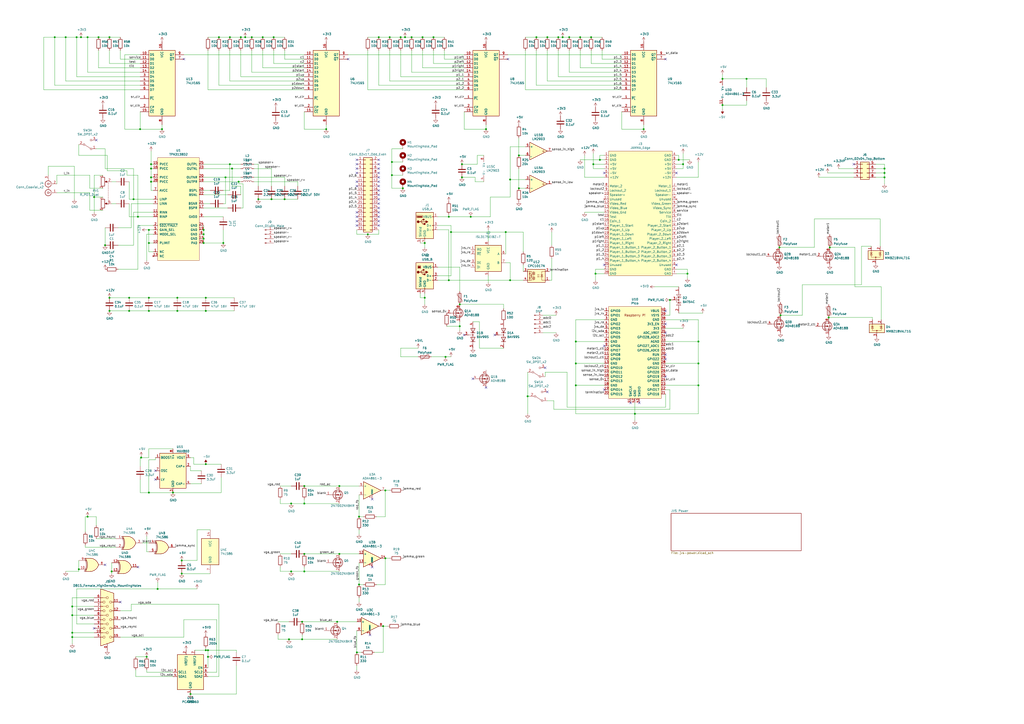
<source format=kicad_sch>
(kicad_sch (version 20211123) (generator eeschema)
  (paper "A2")
  (title_block (title "TD-IO"))
  (junction (at 87.63 105.41))
  (junction (at 273.05 125.73))
  (junction (at 120.65 381))
  (junction (at 311.15 21.59))
  (junction (at 419.1 60.96))
  (junction (at 342.9 21.59))
  (junction (at 31.75 21.59))
  (junction (at 157.48 115.57))
  (junction (at 323.85 21.59))
  (junction (at 347.98 92.71))
  (junction (at 334.01 198.12))
  (junction (at 120.65 377.19))
  (junction (at 330.2 21.59))
  (junction (at 393.7 92.71))
  (junction (at 334.01 210.82))
  (junction (at 86.36 140.97))
  (junction (at 119.38 180.34))
  (junction (at 227.33 101.6))
  (junction (at 41.91 369.57))
  (junction (at 175.26 360.68))
  (junction (at 368.3 240.03))
  (junction (at 405.13 223.52))
  (junction (at 176.53 281.94))
  (junction (at 196.85 321.31))
  (junction (at 77.47 115.57))
  (junction (at 87.63 97.79))
  (junction (at 168.91 292.1))
  (junction (at 234.95 21.59))
  (junction (at 74.93 180.34))
  (junction (at 452.12 143.51))
  (junction (at 306.07 229.87))
  (junction (at 195.58 360.68))
  (junction (at 86.36 172.72))
  (junction (at 86.36 285.75))
  (junction (at 105.41 332.74))
  (junction (at 213.36 135.89))
  (junction (at 219.71 21.59))
  (junction (at 326.39 21.59))
  (junction (at 133.35 95.25))
  (junction (at 266.7 176.53))
  (junction (at 266.7 189.23))
  (junction (at 208.28 299.72))
  (junction (at 260.35 162.56))
  (junction (at 295.91 104.14))
  (junction (at 119.38 269.24))
  (junction (at 102.87 172.72))
  (junction (at 138.43 105.41))
  (junction (at 396.24 95.25))
  (junction (at 130.81 102.87))
  (junction (at 300.99 90.17))
  (junction (at 86.36 180.34))
  (junction (at 81.915 265.43))
  (junction (at 149.86 115.57))
  (junction (at 267.97 95.25))
  (junction (at 85.09 381))
  (junction (at 227.33 93.98))
  (junction (at 261.62 134.62))
  (junction (at 63.5 180.34))
  (junction (at 118.11 140.97))
  (junction (at 238.76 21.59))
  (junction (at 50.8 299.72))
  (junction (at 345.44 158.75))
  (junction (at 176.53 321.31))
  (junction (at 41.91 356.87))
  (junction (at 119.38 172.72))
  (junction (at 54.61 114.3))
  (junction (at 165.1 115.57))
  (junction (at 208.28 339.09))
  (junction (at 336.55 21.59))
  (junction (at 260.35 125.73))
  (junction (at 258.445 207.01))
  (junction (at 223.52 284.48))
  (junction (at 293.37 134.62))
  (junction (at 118.11 133.35))
  (junction (at 45.72 330.2))
  (junction (at 281.94 74.93))
  (junction (at 373.38 74.93))
  (junction (at 152.4 21.59))
  (junction (at 133.35 21.59))
  (junction (at 38.1 21.59))
  (junction (at 245.11 21.59))
  (junction (at 87.63 102.87))
  (junction (at 246.38 140.97))
  (junction (at 196.85 281.94))
  (junction (at 81.28 74.93))
  (junction (at 146.05 21.59))
  (junction (at 419.1 45.72))
  (junction (at 481.33 143.51))
  (junction (at 41.91 367.03))
  (junction (at 317.5 21.59))
  (junction (at 110.49 402.59))
  (junction (at 41.91 351.79))
  (junction (at 405.13 210.82))
  (junction (at 207.01 378.46))
  (junction (at 334.01 223.52))
  (junction (at 74.93 172.72))
  (junction (at 91.44 341.63))
  (junction (at 100.33 285.75))
  (junction (at 513.08 97.79))
  (junction (at 300.99 109.22))
  (junction (at 119.38 377.19))
  (junction (at 87.63 95.25))
  (junction (at 452.755 182.88))
  (junction (at 222.25 363.22))
  (junction (at 158.75 21.59))
  (junction (at 105.41 325.12))
  (junction (at 50.8 21.59))
  (junction (at 513.08 102.87))
  (junction (at 233.68 109.22))
  (junction (at 64.77 331.47))
  (junction (at 118.11 135.89))
  (junction (at 168.91 331.47))
  (junction (at 189.23 74.93))
  (junction (at 80.01 125.73))
  (junction (at 63.5 21.59))
  (junction (at 480.695 184.15))
  (junction (at 118.11 138.43))
  (junction (at 102.87 180.34))
  (junction (at 167.64 370.84))
  (junction (at 388.62 173.99))
  (junction (at 57.15 21.59))
  (junction (at 134.62 97.79))
  (junction (at 46.99 21.59))
  (junction (at 344.17 95.25))
  (junction (at 176.53 331.47))
  (junction (at 433.07 45.72))
  (junction (at 175.26 370.84))
  (junction (at 226.06 21.59))
  (junction (at 232.41 21.59))
  (junction (at 129.54 140.97))
  (junction (at 63.5 172.72))
  (junction (at 44.45 21.59))
  (junction (at 295.91 162.56))
  (junction (at 267.97 102.87))
  (junction (at 223.52 323.85))
  (junction (at 513.08 100.33))
  (junction (at 142.24 21.59))
  (junction (at 139.7 21.59))
  (junction (at 127 21.59))
  (junction (at 246.38 172.72))
  (junction (at 405.13 198.12))
  (junction (at 86.36 133.35))
  (junction (at 176.53 292.1))
  (junction (at 398.78 158.75))
  (junction (at 93.98 74.93))
  (junction (at 251.46 21.59))
  (junction (at 60.96 142.24))
  (no_connect (at 495.3 95.25))
  (no_connect (at 219.71 123.19))
  (no_connect (at 207.01 105.41))
  (no_connect (at 219.71 107.95))
  (no_connect (at 386.08 208.28))
  (no_connect (at 392.43 100.33))
  (no_connect (at 350.52 153.67))
  (no_connect (at 106.68 34.29))
  (no_connect (at 317.5 227.33))
  (no_connect (at 219.71 100.33))
  (no_connect (at 207.01 130.81))
  (no_connect (at 365.76 233.68))
  (no_connect (at 370.84 233.68))
  (no_connect (at 219.71 118.11))
  (no_connect (at 219.71 130.81))
  (no_connect (at 350.52 226.06))
  (no_connect (at 350.52 200.66))
  (no_connect (at 219.71 95.25))
  (no_connect (at 90.17 273.05))
  (no_connect (at 90.17 278.13))
  (no_connect (at 386.08 218.44))
  (no_connect (at 287.02 194.31))
  (no_connect (at 386.08 193.04))
  (no_connect (at 215.9 328.93))
  (no_connect (at 386.08 205.74))
  (no_connect (at 80.01 328.93))
  (no_connect (at 219.71 102.87))
  (no_connect (at 54.61 364.49))
  (no_connect (at 392.43 153.67))
  (no_connect (at 207.01 123.19))
  (no_connect (at 219.71 97.79))
  (no_connect (at 386.08 180.34))
  (no_connect (at 219.71 128.27))
  (no_connect (at 269.24 194.31))
  (no_connect (at 219.71 110.49))
  (no_connect (at 294.64 34.29))
  (no_connect (at 215.9 289.56))
  (no_connect (at 219.71 125.73))
  (no_connect (at 207.01 97.79))
  (no_connect (at 386.08 34.29))
  (no_connect (at 207.01 92.71))
  (no_connect (at 207.01 128.27))
  (no_connect (at 350.52 100.33))
  (no_connect (at 69.85 349.25))
  (no_connect (at 207.01 125.73))
  (no_connect (at 274.32 219.71))
  (no_connect (at 281.94 224.79))
  (no_connect (at 316.23 213.36))
  (no_connect (at 219.71 113.03))
  (no_connect (at 207.01 95.25))
  (no_connect (at 214.63 368.3))
  (no_connect (at 60.96 327.66))
  (no_connect (at 219.71 120.65))
  (no_connect (at 219.71 105.41))
  (no_connect (at 386.08 187.96))
  (no_connect (at 219.71 115.57))
  (no_connect (at 219.71 92.71))
  (no_connect (at 207.01 100.33))
  (no_connect (at 207.01 107.95))
  (no_connect (at 55.88 81.28))
  (no_connect (at 201.93 34.29))
  (wire (pts (xy 283.21 160.02) (xy 283.21 163.83)))
  (wire (pts (xy 388.62 237.49) (xy 388.62 226.06)))
  (wire (pts (xy 93.98 72.39) (xy 93.98 74.93)))
  (wire (pts (xy 269.24 49.53) (xy 219.71 49.53)))
  (wire (pts (xy 100.33 392.43) (xy 78.74 392.43)))
  (wire (pts (xy 213.36 135.89) (xy 219.71 135.89)))
  (wire (pts (xy 80.01 125.73) (xy 80.01 101.6)))
  (wire (pts (xy 162.56 331.47) (xy 168.91 331.47)))
  (wire (pts (xy 245.11 39.37) (xy 245.11 29.21)))
  (wire (pts (xy 320.04 142.24) (xy 320.04 134.62)))
  (wire (pts (xy 400.05 92.71) (xy 393.7 92.71)))
  (wire (pts (xy 292.1 176.53) (xy 292.1 179.07)))
  (wire (pts (xy 295.91 114.3) (xy 295.91 104.14)))
  (wire (pts (xy 345.44 162.56) (xy 345.44 158.75)))
  (wire (pts (xy 162.56 292.1) (xy 168.91 292.1)))
  (wire (pts (xy 120.65 381) (xy 120.65 377.19)))
  (wire (pts (xy 165.1 34.29) (xy 165.1 29.21)))
  (wire (pts (xy 269.24 74.93) (xy 281.94 74.93)))
  (wire (pts (xy 304.8 21.59) (xy 311.15 21.59)))
  (wire (pts (xy 513.08 97.79) (xy 513.08 95.25)))
  (wire (pts (xy 125.73 359.41) (xy 125.73 389.89)))
  (wire (pts (xy 513.08 102.87) (xy 513.08 100.33)))
  (wire (pts (xy 334.01 240.03) (xy 334.01 223.52)))
  (wire (pts (xy 405.13 210.82) (xy 405.13 198.12)))
  (wire (pts (xy 81.28 39.37) (xy 57.15 39.37)))
  (wire (pts (xy 119.38 377.19) (xy 113.03 377.19)))
  (wire (pts (xy 133.35 95.25) (xy 139.7 95.25)))
  (wire (pts (xy 347.98 92.71) (xy 347.98 90.17)))
  (wire (pts (xy 222.25 378.46) (xy 222.25 363.22)))
  (wire (pts (xy 81.915 265.43) (xy 81.915 264.795)))
  (wire (pts (xy 472.44 127) (xy 510.54 127)))
  (wire (pts (xy 196.85 321.31) (xy 176.53 321.31)))
  (wire (pts (xy 396.24 190.5) (xy 386.08 190.5)))
  (wire (pts (xy 334.01 198.12) (xy 334.01 210.82)))
  (wire (pts (xy 119.38 180.34) (xy 135.89 180.34)))
  (wire (pts (xy 379.73 166.37) (xy 393.7 166.37)))
  (wire (pts (xy 175.26 368.3) (xy 175.26 370.84)))
  (wire (pts (xy 321.31 237.49) (xy 388.62 237.49)))
  (wire (pts (xy 326.39 21.59) (xy 330.2 21.59)))
  (wire (pts (xy 80.01 156.21) (xy 80.01 130.81)))
  (wire (pts (xy 196.85 281.94) (xy 208.28 281.94)))
  (wire (pts (xy 27.94 96.52) (xy 27.94 101.6)))
  (wire (pts (xy 350.52 223.52) (xy 334.01 223.52)))
  (wire (pts (xy 110.49 270.51) (xy 110.49 273.05)))
  (wire (pts (xy 195.58 360.68) (xy 175.26 360.68)))
  (wire (pts (xy 147.32 102.87) (xy 165.1 102.87)))
  (wire (pts (xy 360.68 49.53) (xy 311.15 49.53)))
  (wire (pts (xy 223.52 299.72) (xy 223.52 284.48)))
  (wire (pts (xy 81.28 44.45) (xy 44.45 44.45)))
  (wire (pts (xy 254 130.81) (xy 261.62 130.81)))
  (wire (pts (xy 54.61 367.03) (xy 41.91 367.03)))
  (wire (pts (xy 87.63 87.63) (xy 87.63 95.25)))
  (wire (pts (xy 176.53 34.29) (xy 165.1 34.29)))
  (wire (pts (xy 118.11 110.49) (xy 121.92 110.49)))
  (wire (pts (xy 344.17 95.25) (xy 344.17 97.79)))
  (wire (pts (xy 349.25 34.29) (xy 349.25 29.21)))
  (wire (pts (xy 336.55 21.59) (xy 342.9 21.59)))
  (wire (pts (xy 86.36 146.05) (xy 86.36 140.97)))
  (wire (pts (xy 189.23 74.93) (xy 176.53 74.93)))
  (wire (pts (xy 168.91 321.31) (xy 162.56 321.31)))
  (wire (pts (xy 120.65 377.19) (xy 119.38 377.19)))
  (wire (pts (xy 55.88 86.36) (xy 60.96 86.36)))
  (wire (pts (xy 243.84 172.72) (xy 246.38 172.72)))
  (wire (pts (xy 120.65 52.07) (xy 120.65 29.21)))
  (wire (pts (xy 31.75 21.59) (xy 38.1 21.59)))
  (wire (pts (xy 139.7 107.95) (xy 134.62 107.95)))
  (wire (pts (xy 100.33 285.75) (xy 128.27 285.75)))
  (wire (pts (xy 81.28 270.51) (xy 81.28 265.43)))
  (wire (pts (xy 452.755 182.88) (xy 465.455 182.88)))
  (wire (pts (xy 472.44 143.51) (xy 472.44 127)))
  (wire (pts (xy 506.095 184.15) (xy 506.095 185.42)))
  (wire (pts (xy 342.9 36.83) (xy 342.9 29.21)))
  (wire (pts (xy 118.11 118.11) (xy 121.92 118.11)))
  (wire (pts (xy 284.48 114.3) (xy 284.48 125.73)))
  (wire (pts (xy 87.63 102.87) (xy 88.9 102.87)))
  (wire (pts (xy 207.01 365.76) (xy 207.01 378.46)))
  (wire (pts (xy 433.07 60.96) (xy 433.07 58.42)))
  (wire (pts (xy 44.45 361.95) (xy 44.45 341.63)))
  (wire (pts (xy 396.24 95.25) (xy 392.43 95.25)))
  (wire (pts (xy 41.91 346.71) (xy 41.91 351.79)))
  (wire (pts (xy 306.07 229.87) (xy 307.34 229.87)))
  (wire (pts (xy 134.62 107.95) (xy 134.62 97.79)))
  (wire (pts (xy 158.75 36.83) (xy 158.75 29.21)))
  (wire (pts (xy 368.3 240.03) (xy 368.3 243.84)))
  (wire (pts (xy 196.85 292.1) (xy 176.53 292.1)))
  (wire (pts (xy 317.5 46.99) (xy 317.5 29.21)))
  (wire (pts (xy 52.07 111.76) (xy 52.07 121.92)))
  (wire (pts (xy 269.24 46.99) (xy 226.06 46.99)))
  (wire (pts (xy 85.09 311.15) (xy 85.09 320.04)))
  (wire (pts (xy 147.32 95.25) (xy 149.86 95.25)))
  (wire (pts (xy 219.71 135.89) (xy 219.71 133.35)))
  (wire (pts (xy 350.52 92.71) (xy 347.98 92.71)))
  (wire (pts (xy 246.38 172.72) (xy 246.38 170.18)))
  (wire (pts (xy 219.71 21.59) (xy 226.06 21.59)))
  (wire (pts (xy 269.24 64.77) (xy 269.24 74.93)))
  (wire (pts (xy 386.08 236.22) (xy 386.08 228.6)))
  (wire (pts (xy 495.935 166.37) (xy 495.935 143.51)))
  (wire (pts (xy 38.1 21.59) (xy 38.1 46.99)))
  (wire (pts (xy 474.98 102.87) (xy 495.3 102.87)))
  (wire (pts (xy 73.66 101.6) (xy 73.66 99.06)))
  (wire (pts (xy 269.24 34.29) (xy 257.81 34.29)))
  (wire (pts (xy 62.23 90.17) (xy 45.72 90.17)))
  (wire (pts (xy 480.695 184.15) (xy 506.095 184.15)))
  (wire (pts (xy 495.935 166.37) (xy 511.175 166.37)))
  (wire (pts (xy 510.54 127) (xy 510.54 142.875)))
  (wire (pts (xy 208.28 309.88) (xy 208.28 307.34)))
  (wire (pts (xy 396.24 88.9) (xy 396.24 95.25)))
  (wire (pts (xy 250.19 207.01) (xy 258.445 207.01)))
  (wire (pts (xy 304.8 52.07) (xy 304.8 29.21)))
  (wire (pts (xy 444.5 45.72) (xy 433.07 45.72)))
  (wire (pts (xy 233.68 86.36) (xy 227.33 86.36)))
  (wire (pts (xy 328.93 215.9) (xy 316.23 215.9)))
  (wire (pts (xy 78.74 392.43) (xy 78.74 388.62)))
  (wire (pts (xy 90.17 265.43) (xy 90.17 266.7)))
  (wire (pts (xy 67.31 317.5) (xy 49.53 317.5)))
  (wire (pts (xy 276.86 95.25) (xy 276.86 90.17)))
  (wire (pts (xy 267.97 102.87) (xy 275.59 102.87)))
  (wire (pts (xy 67.31 118.11) (xy 64.77 118.11)))
  (wire (pts (xy 360.68 74.93) (xy 373.38 74.93)))
  (wire (pts (xy 260.35 162.56) (xy 295.91 162.56)))
  (wire (pts (xy 208.28 339.09) (xy 210.82 339.09)))
  (wire (pts (xy 320.04 162.56) (xy 320.04 149.86)))
  (wire (pts (xy 139.7 44.45) (xy 139.7 29.21)))
  (wire (pts (xy 176.53 52.07) (xy 120.65 52.07)))
  (wire (pts (xy 254 154.94) (xy 266.7 154.94)))
  (wire (pts (xy 261.62 134.62) (xy 293.37 134.62)))
  (wire (pts (xy 86.36 265.43) (xy 86.36 260.35)))
  (wire (pts (xy 125.73 389.89) (xy 120.65 389.89)))
  (wire (pts (xy 134.62 97.79) (xy 139.7 97.79)))
  (wire (pts (xy 208.28 299.72) (xy 210.82 299.72)))
  (wire (pts (xy 232.41 21.59) (xy 234.95 21.59)))
  (wire (pts (xy 77.47 115.57) (xy 88.9 115.57)))
  (wire (pts (xy 135.89 172.72) (xy 119.38 172.72)))
  (wire (pts (xy 76.2 132.08) (xy 68.58 132.08)))
  (wire (pts (xy 433.07 45.72) (xy 419.1 45.72)))
  (wire (pts (xy 49.53 299.72) (xy 50.8 299.72)))
  (wire (pts (xy 161.29 370.84) (xy 167.64 370.84)))
  (wire (pts (xy 219.71 49.53) (xy 219.71 29.21)))
  (wire (pts (xy 254 162.56) (xy 260.35 162.56)))
  (wire (pts (xy 292.1 176.53) (xy 266.7 176.53)))
  (wire (pts (xy 300.99 109.22) (xy 304.8 109.22)))
  (wire (pts (xy 266.7 154.94) (xy 266.7 168.91)))
  (wire (pts (xy 267.97 95.25) (xy 276.86 95.25)))
  (wire (pts (xy 38.1 21.59) (xy 44.45 21.59)))
  (wire (pts (xy 44.45 21.59) (xy 44.45 44.45)))
  (wire (pts (xy 360.68 64.77) (xy 360.68 74.93)))
  (wire (pts (xy 323.85 44.45) (xy 323.85 29.21)))
  (wire (pts (xy 87.63 97.79) (xy 87.63 102.87)))
  (wire (pts (xy 119.38 172.72) (xy 102.87 172.72)))
  (wire (pts (xy 278.13 201.93) (xy 278.13 186.69)))
  (wire (pts (xy 90.17 266.7) (xy 86.36 266.7)))
  (wire (pts (xy 452.12 143.51) (xy 472.44 143.51)))
  (wire (pts (xy 127 392.43) (xy 120.65 392.43)))
  (wire (pts (xy 323.85 21.59) (xy 317.5 21.59)))
  (wire (pts (xy 86.36 172.72) (xy 74.93 172.72)))
  (wire (pts (xy 405.13 198.12) (xy 405.13 185.42)))
  (wire (pts (xy 129.54 140.97) (xy 118.11 140.97)))
  (wire (pts (xy 318.77 162.56) (xy 320.04 162.56)))
  (wire (pts (xy 238.76 41.91) (xy 238.76 29.21)))
  (wire (pts (xy 81.28 34.29) (xy 69.85 34.29)))
  (wire (pts (xy 149.86 115.57) (xy 157.48 115.57)))
  (wire (pts (xy 139.7 21.59) (xy 133.35 21.59)))
  (wire (pts (xy 295.91 162.56) (xy 303.53 162.56)))
  (wire (pts (xy 88.9 133.35) (xy 86.36 133.35)))
  (wire (pts (xy 347.98 92.71) (xy 336.55 92.71)))
  (wire (pts (xy 55.88 304.8) (xy 55.88 299.72)))
  (wire (pts (xy 162.56 289.56) (xy 162.56 292.1)))
  (wire (pts (xy 284.48 125.73) (xy 273.05 125.73)))
  (wire (pts (xy 261.62 160.02) (xy 254 160.02)))
  (wire (pts (xy 176.53 36.83) (xy 158.75 36.83)))
  (wire (pts (xy 88.9 146.05) (xy 86.36 146.05)))
  (wire (pts (xy 129.54 133.35) (xy 129.54 140.97)))
  (wire (pts (xy 283.21 133.35) (xy 283.21 139.7)))
  (wire (pts (xy 334.01 210.82) (xy 350.52 210.82)))
  (wire (pts (xy 114.3 325.12) (xy 114.3 307.34)))
  (wire (pts (xy 72.39 31.75) (xy 81.28 31.75)))
  (wire (pts (xy 44.45 341.63) (xy 91.44 341.63)))
  (wire (pts (xy 152.4 21.59) (xy 158.75 21.59)))
  (wire (pts (xy 105.41 325.12) (xy 114.3 325.12)))
  (wire (pts (xy 207.01 388.62) (xy 207.01 386.08)))
  (wire (pts (xy 140.97 120.65) (xy 140.97 106.68)))
  (wire (pts (xy 81.28 49.53) (xy 31.75 49.53)))
  (wire (pts (xy 138.43 106.68) (xy 138.43 105.41)))
  (wire (pts (xy 64.77 332.74) (xy 64.77 331.47)))
  (wire (pts (xy 147.32 105.41) (xy 172.72 105.41)))
  (wire (pts (xy 76.2 118.11) (xy 76.2 132.08)))
  (wire (pts (xy 207.01 135.89) (xy 207.01 133.35)))
  (wire (pts (xy 54.61 356.87) (xy 41.91 356.87)))
  (wire (pts (xy 118.11 138.43) (xy 118.11 140.97)))
  (wire (pts (xy 50.8 21.59) (xy 50.8 41.91)))
  (wire (pts (xy 69.85 34.29) (xy 69.85 29.21)))
  (wire (pts (xy 165.1 115.57) (xy 172.72 115.57)))
  (wire (pts (xy 129.54 110.49) (xy 133.35 110.49)))
  (wire (pts (xy 513.08 95.25) (xy 508 95.25)))
  (wire (pts (xy 505.46 142.875) (xy 499.745 142.875)))
  (wire (pts (xy 157.48 115.57) (xy 165.1 115.57)))
  (wire (pts (xy 106.68 359.41) (xy 125.73 359.41)))
  (wire (pts (xy 396.24 95.25) (xy 396.24 97.79)))
  (wire (pts (xy 176.53 64.77) (xy 176.53 74.93)))
  (wire (pts (xy 405.13 185.42) (xy 386.08 185.42)))
  (wire (pts (xy 314.96 182.88) (xy 322.58 182.88)))
  (wire (pts (xy 76.2 350.52) (xy 127 350.52)))
  (wire (pts (xy 300.99 90.17) (xy 300.99 80.01)))
  (wire (pts (xy 63.5 21.59) (xy 69.85 21.59)))
  (wire (pts (xy 350.52 123.19) (xy 339.09 123.19)))
  (wire (pts (xy 269.24 52.07) (xy 213.36 52.07)))
  (wire (pts (xy 275.59 105.41) (xy 280.67 105.41)))
  (wire (pts (xy 41.91 351.79) (xy 41.91 356.87)))
  (wire (pts (xy 322.58 193.04) (xy 314.96 193.04)))
  (wire (pts (xy 339.09 90.17) (xy 339.09 102.87)))
  (wire (pts (xy 360.68 39.37) (xy 336.55 39.37)))
  (wire (pts (xy 77.47 142.24) (xy 68.58 142.24)))
  (wire (pts (xy 368.3 240.03) (xy 405.13 240.03)))
  (wire (pts (xy 152.4 39.37) (xy 152.4 29.21)))
  (wire (pts (xy 119.38 375.92) (xy 119.38 377.19)))
  (wire (pts (xy 433.07 50.8) (xy 433.07 45.72)))
  (wire (pts (xy 294.64 31.75) (xy 360.68 31.75)))
  (wire (pts (xy 257.81 34.29) (xy 257.81 29.21)))
  (wire (pts (xy 243.84 170.18) (xy 243.84 172.72)))
  (wire (pts (xy 311.15 49.53) (xy 311.15 29.21)))
  (wire (pts (xy 344.17 95.25) (xy 350.52 95.25)))
  (wire (pts (xy 139.7 120.65) (xy 140.97 120.65)))
  (wire (pts (xy 208.28 287.02) (xy 208.28 299.72)))
  (wire (pts (xy 246.38 140.97) (xy 243.84 140.97)))
  (wire (pts (xy 127 21.59) (xy 133.35 21.59)))
  (wire (pts (xy 295.91 104.14) (xy 304.8 104.14)))
  (wire (pts (xy 149.86 107.95) (xy 149.86 95.25)))
  (wire (pts (xy 93.98 74.93) (xy 81.28 74.93)))
  (wire (pts (xy 67.31 312.42) (xy 55.88 312.42)))
  (wire (pts (xy 328.93 236.22) (xy 386.08 236.22)))
  (wire (pts (xy 138.43 105.41) (xy 139.7 105.41)))
  (wire (pts (xy 405.13 102.87) (xy 392.43 102.87)))
  (wire (pts (xy 195.58 360.68) (xy 207.01 360.68)))
  (wire (pts (xy 293.37 134.62) (xy 303.53 134.62)))
  (wire (pts (xy 328.93 215.9) (xy 328.93 236.22)))
  (wire (pts (xy 146.05 21.59) (xy 152.4 21.59)))
  (wire (pts (xy 54.61 123.19) (xy 54.61 114.3)))
  (wire (pts (xy 419.1 60.96) (xy 419.1 63.5)))
  (wire (pts (xy 87.63 105.41) (xy 88.9 105.41)))
  (wire (pts (xy 360.68 41.91) (xy 330.2 41.91)))
  (wire (pts (xy 388.62 182.88) (xy 388.62 173.99)))
  (wire (pts (xy 316.23 215.9) (xy 316.23 218.44)))
  (wire (pts (xy 405.13 223.52) (xy 405.13 210.82)))
  (wire (pts (xy 118.11 105.41) (xy 138.43 105.41)))
  (wire (pts (xy 54.61 346.71) (xy 41.91 346.71)))
  (wire (pts (xy 444.5 50.8) (xy 444.5 45.72)))
  (wire (pts (xy 119.38 269.24) (xy 112.395 269.24)))
  (wire (pts (xy 33.02 106.68) (xy 33.02 101.6)))
  (wire (pts (xy 25.4 21.59) (xy 31.75 21.59)))
  (wire (pts (xy 360.68 46.99) (xy 317.5 46.99)))
  (wire (pts (xy 85.09 320.04) (xy 86.36 320.04)))
  (wire (pts (xy 110.49 280.67) (xy 116.84 280.67)))
  (wire (pts (xy 246.38 176.53) (xy 246.38 172.72)))
  (wire (pts (xy 54.61 361.95) (xy 44.45 361.95)))
  (wire (pts (xy 259.08 189.23) (xy 266.7 189.23)))
  (wire (pts (xy 245.11 21.59) (xy 251.46 21.59)))
  (wire (pts (xy 74.93 180.34) (xy 86.36 180.34)))
  (wire (pts (xy 226.06 46.99) (xy 226.06 29.21)))
  (wire (pts (xy 398.78 161.29) (xy 398.78 158.75)))
  (wire (pts (xy 87.63 95.25) (xy 87.63 97.79)))
  (wire (pts (xy 43.18 96.52) (xy 43.18 115.57)))
  (wire (pts (xy 495.3 97.79) (xy 486.41 97.79)))
  (wire (pts (xy 77.47 97.79) (xy 60.96 97.79)))
  (wire (pts (xy 269.24 36.83) (xy 251.46 36.83)))
  (wire (pts (xy 176.53 46.99) (xy 133.35 46.99)))
  (wire (pts (xy 127 350.52) (xy 127 392.43)))
  (wire (pts (xy 330.2 41.91) (xy 330.2 29.21)))
  (wire (pts (xy 224.79 363.22) (xy 222.25 363.22)))
  (wire (pts (xy 119.38 180.34) (xy 102.87 180.34)))
  (wire (pts (xy 176.53 44.45) (xy 139.7 44.45)))
  (wire (pts (xy 195.58 370.84) (xy 175.26 370.84)))
  (wire (pts (xy 201.93 31.75) (xy 269.24 31.75)))
  (wire (pts (xy 347.98 90.17) (xy 350.52 90.17)))
  (wire (pts (xy 31.75 21.59) (xy 31.75 49.53)))
  (wire (pts (xy 398.78 156.21) (xy 392.43 156.21)))
  (wire (pts (xy 88.9 140.97) (xy 86.36 140.97)))
  (wire (pts (xy 511.175 166.37) (xy 511.175 185.42)))
  (wire (pts (xy 74.93 118.11) (xy 74.93 125.73)))
  (wire (pts (xy 38.1 331.47) (xy 45.72 331.47)))
  (wire (pts (xy 80.01 125.73) (xy 88.9 125.73)))
  (wire (pts (xy 405.13 93.98) (xy 405.13 102.87)))
  (wire (pts (xy 233.68 93.98) (xy 227.33 93.98)))
  (wire (pts (xy 59.69 101.6) (xy 54.61 101.6)))
  (wire (pts (xy 168.91 281.94) (xy 162.56 281.94)))
  (wire (pts (xy 57.15 21.59) (xy 63.5 21.59)))
  (wire (pts (xy 72.39 31.75) (xy 72.39 74.93)))
  (wire (pts (xy 278.13 186.69) (xy 274.32 186.69)))
  (wire (pts (xy 388.62 226.06) (xy 386.08 226.06)))
  (wire (pts (xy 114.3 341.63) (xy 91.44 341.63)))
  (wire (pts (xy 133.35 46.99) (xy 133.35 29.21)))
  (wire (pts (xy 130.81 118.11) (xy 130.81 102.87)))
  (wire (pts (xy 321.31 232.41) (xy 317.5 232.41)))
  (wire (pts (xy 88.9 135.89) (xy 85.09 135.89)))
  (wire (pts (xy 45.72 325.12) (xy 45.72 330.2)))
  (wire (pts (xy 105.41 332.74) (xy 121.92 332.74)))
  (wire (pts (xy 91.44 341.63) (xy 91.44 337.82)))
  (wire (pts (xy 360.68 52.07) (xy 304.8 52.07)))
  (wire (pts (xy 86.36 180.34) (xy 102.87 180.34)))
  (wire (pts (xy 176.53 289.56) (xy 176.53 292.1)))
  (wire (pts (xy 139.7 113.03) (xy 139.7 107.95)))
  (wire (pts (xy 76.2 354.33) (xy 69.85 354.33)))
  (wire (pts (xy 360.68 34.29) (xy 349.25 34.29)))
  (wire (pts (xy 227.33 93.98) (xy 227.33 101.6)))
  (wire (pts (xy 80.01 101.6) (xy 73.66 101.6)))
  (wire (pts (xy 218.44 339.09) (xy 223.52 339.09)))
  (wire (pts (xy 49.53 308.61) (xy 49.53 299.72)))
  (wire (pts (xy 321.31 237.49) (xy 321.31 232.41)))
  (wire (pts (xy 55.88 299.72) (xy 50.8 299.72)))
  (wire (pts (xy 45.72 83.82) (xy 45.72 90.17)))
  (wire (pts (xy 261.62 134.62) (xy 261.62 160.02)))
  (wire (pts (xy 118.11 113.03) (xy 132.08 113.03)))
  (wire (pts (xy 227.33 86.36) (xy 227.33 93.98)))
  (wire (pts (xy 261.62 130.81) (xy 261.62 134.62)))
  (wire (pts (xy 303.53 146.05) (xy 303.53 134.62)))
  (wire (pts (xy 128.27 276.86) (xy 128.27 285.75)))
  (wire (pts (xy 334.01 185.42) (xy 334.01 198.12)))
  (wire (pts (xy 118.11 138.43) (xy 118.11 135.89)))
  (wire (pts (xy 405.13 240.03) (xy 405.13 223.52)))
  (wire (pts (xy 275.59 102.87) (xy 275.59 105.41)))
  (wire (pts (xy 80.01 130.81) (xy 88.9 130.81)))
  (wire (pts (xy 393.7 92.71) (xy 393.7 90.17)))
  (wire (pts (xy 45.72 331.47) (xy 45.72 330.2)))
  (wire (pts (xy 393.7 90.17) (xy 392.43 90.17)))
  (wire (pts (xy 142.24 21.59) (xy 146.05 21.59)))
  (wire (pts (xy 295.91 85.09) (xy 304.8 85.09)))
  (wire (pts (xy 217.17 378.46) (xy 222.25 378.46)))
  (wire (pts (xy 73.66 99.06) (xy 62.23 99.06)))
  (wire (pts (xy 223.52 339.09) (xy 223.52 323.85)))
  (wire (pts (xy 213.36 52.07) (xy 213.36 29.21)))
  (wire (pts (xy 63.5 36.83) (xy 63.5 29.21)))
  (wire (pts (xy 44.45 21.59) (xy 46.99 21.59)))
  (wire (pts (xy 273.05 125.73) (xy 260.35 125.73)))
  (wire (pts (xy 100.33 389.89) (xy 85.09 389.89)))
  (wire (pts (xy 306.07 215.9) (xy 306.07 229.87)))
  (wire (pts (xy 81.28 46.99) (xy 38.1 46.99)))
  (wire (pts (xy 87.63 105.41) (xy 87.63 110.49)))
  (wire (pts (xy 60.96 132.08) (xy 60.96 142.24)))
  (wire (pts (xy 81.28 74.93) (xy 72.39 74.93)))
  (wire (pts (xy 284.48 114.3) (xy 295.91 114.3)))
  (wire (pts (xy 208.28 349.25) (xy 208.28 346.71)))
  (wire (pts (xy 54.61 114.3) (xy 59.69 114.3)))
  (wire (pts (xy 360.68 44.45) (xy 323.85 44.45)))
  (wire (pts (xy 137.16 377.19) (xy 137.16 378.46)))
  (wire (pts (xy 54.61 369.57) (xy 41.91 369.57)))
  (wire (pts (xy 120.65 377.19) (xy 137.16 377.19)))
  (wire (pts (xy 251.46 21.59) (xy 257.81 21.59)))
  (wire (pts (xy 114.3 307.34) (xy 121.92 307.34)))
  (wire (pts (xy 81.28 285.75) (xy 86.36 285.75)))
  (wire (pts (xy 63.5 172.72) (xy 74.93 172.72)))
  (wire (pts (xy 393.7 92.71) (xy 392.43 92.71)))
  (wire (pts (xy 86.36 260.35) (xy 100.33 260.35)))
  (wire (pts (xy 480.06 100.33) (xy 495.3 100.33)))
  (wire (pts (xy 88.9 123.19) (xy 77.47 123.19)))
  (wire (pts (xy 405.13 223.52) (xy 386.08 223.52)))
  (wire (pts (xy 232.41 44.45) (xy 232.41 29.21)))
  (wire (pts (xy 227.33 109.22) (xy 233.68 109.22)))
  (wire (pts (xy 266.7 189.23) (xy 266.7 186.69)))
  (wire (pts (xy 62.23 99.06) (xy 62.23 90.17)))
  (wire (pts (xy 281.94 74.93) (xy 281.94 72.39)))
  (wire (pts (xy 398.78 158.75) (xy 398.78 156.21)))
  (wire (pts (xy 112.395 265.43) (xy 112.395 269.24)))
  (wire (pts (xy 172.72 105.41) (xy 172.72 107.95)))
  (wire (pts (xy 81.28 52.07) (xy 25.4 52.07)))
  (wire (pts (xy 269.24 41.91) (xy 238.76 41.91)))
  (wire (pts (xy 33.02 111.76) (xy 52.07 111.76)))
  (wire (pts (xy 368.3 240.03) (xy 334.01 240.03)))
  (wire (pts (xy 87.63 102.87) (xy 87.63 105.41)))
  (wire (pts (xy 33.02 101.6) (xy 52.07 101.6)))
  (wire (pts (xy 165.1 102.87) (xy 165.1 107.95)))
  (wire (pts (xy 396.24 97.79) (xy 392.43 97.79)))
  (wire (pts (xy 162.56 328.93) (xy 162.56 331.47)))
  (wire (pts (xy 118.11 133.35) (xy 118.11 135.89)))
  (wire (pts (xy 386.08 182.88) (xy 388.62 182.88)))
  (wire (pts (xy 293.37 152.4) (xy 295.91 152.4)))
  (wire (pts (xy 120.65 21.59) (xy 127 21.59)))
  (wire (pts (xy 368.3 233.68) (xy 368.3 240.03)))
  (wire (pts (xy 393.7 181.61) (xy 407.67 181.61)))
  (wire (pts (xy 167.64 360.68) (xy 161.29 360.68)))
  (wire (pts (xy 81.28 36.83) (xy 63.5 36.83)))
  (wire (pts (xy 213.36 135.89) (xy 207.01 135.89)))
  (wire (pts (xy 85.09 381) (xy 78.74 381)))
  (wire (pts (xy 81.28 278.13) (xy 81.28 285.75)))
  (wire (pts (xy 86.36 172.72) (xy 102.87 172.72)))
  (wire (pts (xy 41.91 367.03) (xy 41.91 369.57)))
  (wire (pts (xy 513.08 100.33) (xy 508 100.33)))
  (wire (pts (xy 342.9 21.59) (xy 349.25 21.59)))
  (wire (pts (xy 300.99 109.22) (xy 300.99 97.79)))
  (wire (pts (xy 74.93 115.57) (xy 77.47 115.57)))
  (wire (pts (xy 118.11 97.79) (xy 134.62 97.79)))
  (wire (pts (xy 419.1 60.96) (xy 433.07 60.96)))
  (wire (pts (xy 139.7 21.59) (xy 142.24 21.59)))
  (wire (pts (xy 74.93 105.41) (xy 74.93 115.57)))
  (wire (pts (xy 81.28 64.77) (xy 81.28 74.93)))
  (wire (pts (xy 304.8 90.17) (xy 300.99 90.17)))
  (wire (pts (xy 405.13 210.82) (xy 386.08 210.82)))
  (wire (pts (xy 176.53 292.1) (xy 168.91 292.1)))
  (wire (pts (xy 465.455 165.1) (xy 465.455 182.88)))
  (wire (pts (xy 513.08 97.79) (xy 508 97.79)))
  (wire (pts (xy 86.36 140.97) (xy 86.36 133.35)))
  (wire (pts (xy 86.36 266.7) (xy 86.36 285.75)))
  (wire (pts (xy 495.935 143.51) (xy 481.33 143.51)))
  (wire (pts (xy 161.29 368.3) (xy 161.29 370.84)))
  (wire (pts (xy 218.44 299.72) (xy 223.52 299.72)))
  (wire (pts (xy 176.53 331.47) (xy 168.91 331.47)))
  (wire (pts (xy 208.28 326.39) (xy 208.28 339.09)))
  (wire (pts (xy 278.13 201.93) (xy 292.1 201.93)))
  (wire (pts (xy 118.11 95.25) (xy 133.35 95.25)))
  (wire (pts (xy 74.93 125.73) (xy 80.01 125.73)))
  (wire (pts (xy 64.77 331.47) (xy 64.77 326.39)))
  (wire (pts (xy 118.11 102.87) (xy 130.81 102.87)))
  (wire (pts (xy 232.41 201.93) (xy 242.57 201.93)))
  (wire (pts (xy 118.11 130.81) (xy 118.11 133.35)))
  (wire (pts (xy 52.07 121.92) (xy 59.69 121.92)))
  (wire (pts (xy 513.08 102.87) (xy 513.08 106.68)))
  (wire (pts (xy 499.745 165.1) (xy 465.455 165.1)))
  (wire (pts (xy 60.96 97.79) (xy 60.96 86.36)))
  (wire (pts (xy 81.915 265.43) (xy 86.36 265.43)))
  (wire (pts (xy 130.81 102.87) (xy 139.7 102.87)))
  (wire (pts (xy 269.24 44.45) (xy 232.41 44.45)))
  (wire (pts (xy 227.33 101.6) (xy 227.33 109.22)))
  (wire (pts (xy 513.08 102.87) (xy 508 102.87)))
  (wire (pts (xy 129.54 118.11) (xy 130.81 118.11)))
  (wire (pts (xy 52.07 109.22) (xy 59.69 109.22)))
  (wire (pts (xy 254 125.73) (xy 260.35 125.73)))
  (wire (pts (xy 266.7 189.23) (xy 266.7 191.77)))
  (wire (pts (xy 176.53 31.75) (xy 106.68 31.75)))
  (wire (pts (xy 373.38 72.39) (xy 373.38 74.93)))
  (wire (pts (xy 350.52 198.12) (xy 334.01 198.12)))
  (wire (pts (xy 86.36 285.75) (xy 100.33 285.75)))
  (wire (pts (xy 176.53 328.93) (xy 176.53 331.47)))
  (wire (pts (xy 339.09 102.87) (xy 350.52 102.87)))
  (wire (pts (xy 189.23 72.39) (xy 189.23 74.93)))
  (wire (pts (xy 110.49 273.05) (xy 116.84 273.05)))
  (wire (pts (xy 63.5 180.34) (xy 74.93 180.34)))
  (wire (pts (xy 68.58 156.21) (xy 80.01 156.21)))
  (wire (pts (xy 41.91 356.87) (xy 41.91 367.03)))
  (wire (pts (xy 118.11 120.65) (xy 132.08 120.65)))
  (wire (pts (xy 196.85 321.31) (xy 208.28 321.31)))
  (wire (pts (xy 350.52 185.42) (xy 334.01 185.42)))
  (wire (pts (xy 110.49 265.43) (xy 112.395 265.43)))
  (wire (pts (xy 118.11 125.73) (xy 129.54 125.73)))
  (wire (pts (xy 158.75 21.59) (xy 165.1 21.59)))
  (wire (pts (xy 196.85 281.94) (xy 176.53 281.94)))
  (wire (pts (xy 246.38 143.51) (xy 246.38 140.97)))
  (wire (pts (xy 330.2 21.59) (xy 336.55 21.59)))
  (wire (pts (xy 360.68 36.83) (xy 342.9 36.83)))
  (wire (pts (xy 398.78 158.75) (xy 392.43 158.75)))
  (wire (pts (xy 82.55 314.96) (xy 86.36 314.96)))
  (wire (pts (xy 344.17 88.9) (xy 344.17 95.25)))
  (wire (pts (xy 106.68 369.57) (xy 106.68 359.41)))
  (wire (pts (xy 311.15 21.59) (xy 317.5 21.59)))
  (wire (pts (xy 41.91 369.57) (xy 41.91 373.38)))
  (wire (pts (xy 227.33 101.6) (xy 233.68 101.6)))
  (wire (pts (xy 226.06 323.85) (xy 223.52 323.85)))
  (wire (pts (xy 295.91 152.4) (xy 295.91 162.56)))
  (wire (pts (xy 43.18 96.52) (xy 27.94 96.52)))
  (wire (pts (xy 76.2 350.52) (xy 76.2 354.33)))
  (wire (pts (xy 207.01 378.46) (xy 209.55 378.46)))
  (wire (pts (xy 57.15 39.37) (xy 57.15 29.21)))
  (wire (pts (xy 260.35 162.56) (xy 260.35 133.35)))
  (wire (pts (xy 260.35 125.73) (xy 260.35 124.46)))
  (wire (pts (xy 276.86 90.17) (xy 280.67 90.17)))
  (wire (pts (xy 251.46 36.83) (xy 251.46 29.21)))
  (wire (pts (xy 157.48 97.79) (xy 157.48 107.95)))
  (wire (pts (xy 334.01 223.52) (xy 334.01 210.82)))
  (wire (pts (xy 323.85 21.59) (xy 326.39 21.59)))
  (wire (pts (xy 405.13 198.12) (xy 386.08 198.12)))
  (wire (pts (xy 87.63 97.79) (xy 88.9 97.79)))
  (wire (pts (xy 81.28 41.91) (xy 50.8 41.91)))
  (wire (pts (xy 77.47 123.19) (xy 77.47 142.24)))
  (wire (pts (xy 226.06 284.48) (xy 223.52 284.48)))
  (wire (pts (xy 232.41 21.59) (xy 226.06 21.59)))
  (wire (pts (xy 81.28 265.43) (xy 81.915 265.43)))
  (wire (pts (xy 258.445 207.01) (xy 261.62 207.01)))
  (wire (pts (xy 127 49.53) (xy 127 29.21)))
  (wire (pts (xy 140.97 106.68) (xy 138.43 106.68)))
  (wire (pts (xy 336.55 39.37) (xy 336.55 29.21)))
  (wire (pts (xy 85.09 389.89) (xy 85.09 388.62)))
  (wire (pts (xy 87.63 95.25) (xy 88.9 95.25)))
  (wire (pts (xy 293.37 147.32) (xy 293.37 134.62)))
  (wire (pts (xy 295.91 104.14) (xy 295.91 85.09)))
  (wire (pts (xy 54.61 101.6) (xy 54.61 114.3)))
  (wire (pts (xy 196.85 331.47) (xy 176.53 331.47)))
  (wire (pts (xy 77.47 115.57) (xy 77.47 97.79)))
  (wire (pts (xy 260.35 133.35) (xy 254 133.35)))
  (wire (pts (xy 175.26 370.84) (xy 167.64 370.84)))
  (wire (pts (xy 176.53 41.91) (xy 146.05 41.91)))
  (wire (pts (xy 232.41 201.93) (xy 232.41 207.01)))
  (wire (pts (xy 137.16 402.59) (xy 137.16 386.08)))
  (wire (pts (xy 419.1 45.72) (xy 419.1 43.18)))
  (wire (pts (xy 110.49 402.59) (xy 137.16 402.59)))
  (wire (pts (xy 133.35 110.49) (xy 133.35 95.25)))
  (wire (pts (xy 46.99 21.59) (xy 50.8 21.59)))
  (wire (pts (xy 303.53 153.67) (xy 303.53 157.48)))
  (wire (pts (xy 499.745 142.875) (xy 499.745 165.1)))
  (wire (pts (xy 50.8 21.59) (xy 57.15 21.59)))
  (wire (pts (xy 345.44 156.21) (xy 350.52 156.21)))
  (wire (pts (xy 25.4 21.59) (xy 25.4 52.07)))
  (wire (pts (xy 176.53 49.53) (xy 127 49.53)))
  (wire (pts (xy 52.07 101.6) (xy 52.07 109.22)))
  (wire (pts (xy 344.17 97.79) (xy 350.52 97.79)))
  (wire (pts (xy 345.44 158.75) (xy 345.44 156.21)))
  (wire (pts (xy 213.36 21.59) (xy 219.71 21.59)))
  (wire (pts (xy 146.05 41.91) (xy 146.05 29.21)))
  (wire (pts (xy 306.07 229.87) (xy 306.07 240.03)))
  (wire (pts (xy 85.09 135.89) (xy 85.09 151.13)))
  (wire (pts (xy 87.63 110.49) (xy 88.9 110.49)))
  (wire (pts (xy 147.32 97.79) (xy 157.48 97.79)))
  (wire (pts (xy 238.76 21.59) (xy 245.11 21.59)))
  (wire (pts (xy 234.95 21.59) (xy 238.76 21.59)))
  (wire (pts (xy 513.08 100.33) (xy 513.08 97.79)))
  (wire (pts (xy 86.36 133.35) (xy 85.09 133.35)))
  (wire (pts (xy 269.24 39.37) (xy 245.11 39.37)))
  (wire (pts (xy 232.41 207.01) (xy 242.57 207.01)))
  (wire (pts (xy 49.53 317.5) (xy 49.53 316.23)))
  (wire (pts (xy 54.61 351.79) (xy 41.91 351.79)))
  (wire (pts (xy 69.85 369.57) (xy 106.68 369.57)))
  (wire (pts (xy 67.31 105.41) (xy 64.77 105.41)))
  (wire (pts (xy 128.27 269.24) (xy 119.38 269.24)))
  (wire (pts (xy 88.9 118.11) (xy 76.2 118.11)))
  (wire (pts (xy 345.44 158.75) (xy 350.52 158.75)))
  (wire (pts (xy 120.65 387.35) (xy 120.65 381)))
  (wire (pts (xy 176.53 39.37) (xy 152.4 39.37)))
  (label "c2" (at 392.43 128.27 0))
  (label "p1_5" (at 207.01 113.03 180))
  (label "vga_hsync" (at 67.31 312.42 180))
  (label "sr_clr" (at 386.08 213.36 0))
  (label "speaker_r-" (at 158.75 138.43 0))
  (label "p1_5" (at 360.68 44.45 180))
  (label "p1left" (at 269.24 34.29 180))
  (label "vga_hsync" (at 69.85 359.41 0))
  (label "blank" (at 82.55 314.96 0))
  (label "jvs_re" (at 350.52 187.96 180))
  (label "speaker-" (at 392.43 113.03 0))
  (label "p2_4" (at 360.68 41.91 180))
  (label "adc2" (at 386.08 195.58 0))
  (label "red_fb" (at 208.28 295.91 90))
  (label "i2c_sda" (at 350.52 193.04 180))
  (label "jamma_blue" (at 232.41 363.22 0))
  (label "green_ac" (at 185.42 321.31 0))
  (label "p1_4" (at 350.52 151.13 180))
  (label "test" (at 350.52 125.73 180))
  (label "p1_3" (at 350.52 148.59 180))
  (label "sr_clk" (at 269.24 62.23 180))
  (label "speaker+" (at 158.75 140.97 0))
  (label "sr_clk" (at 386.08 220.98 0))
  (label "sr_clr" (at 360.68 57.15 180))
  (label "jvs_rx" (at 273.05 144.78 180))
  (label "vga_red" (at 162.56 281.94 180))
  (label "i2c_scl" (at 100.33 389.89 180))
  (label "blank" (at 189.23 287.02 180))
  (label "p2_6" (at 360.68 52.07 180))
  (label "vga_sda" (at 80.01 350.52 0))
  (label "lockout2" (at 350.52 110.49 180))
  (label "i2c_scl" (at 350.52 195.58 180))
  (label "jvs_re" (at 273.05 147.32 180))
  (label "blue_ac" (at 185.42 360.68 0))
  (label "lockout1_ctl" (at 350.52 208.28 180))
  (label "adc0" (at 314.96 185.42 0))
  (label "p1_4" (at 207.01 115.57 180))
  (label "p2start" (at 392.43 130.81 0))
  (label "sense_in_low" (at 320.04 106.68 0))
  (label "lockout1_ctl" (at 444.5 148.59 180))
  (label "blue_fb" (at 207.01 375.92 90))
  (label "p1_2" (at 350.52 146.05 180))
  (label "p2_4" (at 392.43 151.13 0))
  (label "vga_blue" (at 54.61 359.41 180))
  (label "jamma_red" (at 350.52 118.11 180))
  (label "sr_clk" (at 81.28 62.23 180))
  (label "lockout2_ctl" (at 350.52 213.36 180))
  (label "sr_data" (at 386.08 215.9 0))
  (label "sr_clr" (at 176.53 57.15 180))
  (label "speaker-" (at 153.67 97.79 0))
  (label "p2right" (at 392.43 140.97 0))
  (label "lockout1" (at 392.43 110.49 0))
  (label "c1" (at 176.53 34.29 180))
  (label "p1_1" (at 350.52 143.51 180))
  (label "p2start" (at 176.53 41.91 180))
  (label "c2" (at 176.53 36.83 180))
  (label "sense_in_high" (at 350.52 215.9 180))
  (label "p2down" (at 176.53 52.07 180))
  (label "lockout2" (at 452.755 175.26 90))
  (label "test" (at 74.93 36.83 0))
  (label "p2down" (at 392.43 135.89 0))
  (label "p1_6" (at 360.68 49.53 180))
  (label "p1_3" (at 360.68 34.29 180))
  (label "p1_2" (at 269.24 49.53 180))
  (label "p1down" (at 350.52 135.89 180))
  (label "vga_scl" (at 76.2 369.57 0))
  (label "service" (at 392.43 123.19 0))
  (label "termination" (at 318.77 157.48 0))
  (label "vga_vsync" (at 69.85 364.49 0))
  (label "meter2" (at 350.52 107.95 180))
  (label "vga_vsync" (at 67.31 317.5 180))
  (label "speaker-" (at 158.75 135.89 0))
  (label "sr_clr" (at 81.28 57.15 180))
  (label "vga_green" (at 54.61 354.33 180))
  (label "r_in" (at 36.83 111.76 0))
  (label "sense_0v" (at 350.52 220.98 180))
  (label "l_in" (at 36.83 101.6 0))
  (label "meter1" (at 481.33 135.89 90))
  (label "lockout1" (at 452.12 135.89 90))
  (label "p1up" (at 350.52 133.35 180))
  (label "p2left" (at 392.43 138.43 0))
  (label "meter1_ctl" (at 473.71 148.59 180))
  (label "p1right" (at 269.24 39.37 180))
  (label "service" (at 74.93 34.29 0))
  (label "blank" (at 187.96 365.76 180))
  (label "p2_2" (at 392.43 146.05 0))
  (label "p2_5" (at 207.01 120.65 180))
  (label "speaker_r-" (at 158.75 102.87 0))
  (label "p2_5" (at 360.68 46.99 180))
  (label "p2left" (at 269.24 36.83 180))
  (label "p2up" (at 392.43 133.35 0))
  (label "adc1" (at 314.96 187.96 0))
  (label "red_ac" (at 185.42 281.94 0))
  (label "vga_green" (at 162.56 321.31 180))
  (label "blank" (at 189.23 326.39 180))
  (label "speaker+" (at 350.52 113.03 180))
  (label "p1_1" (at 269.24 44.45 180))
  (label "jvs_tx" (at 350.52 180.34 180))
  (label "p1_6" (at 207.01 110.49 180))
  (label "sr_data" (at 386.08 31.75 0))
  (label "adc0" (at 386.08 203.2 0))
  (label "jvs_tx" (at 273.05 154.94 180))
  (label "lockout2_ctl" (at 445.135 187.96 180))
  (label "adc2" (at 314.96 190.5 0))
  (label "p2_2" (at 269.24 52.07 180))
  (label "sense_in_low" (at 350.52 218.44 180))
  (label "c1" (at 350.52 128.27 180))
  (label "p1left" (at 350.52 138.43 180))
  (label "meter2_ctl" (at 473.075 189.23 180))
  (label "vga_red" (at 54.61 349.25 180))
  (label "p1start" (at 350.52 130.81 180))
  (label "p2_4" (at 207.01 118.11 180))
  (label "speaker_r+" (at 158.75 133.35 0))
  (label "sense_in_high" (at 320.04 87.63 0))
  (label "meter1" (at 392.43 107.95 0))
  (label "meter1_ctl" (at 350.52 203.2 180))
  (label "vga_blue" (at 161.29 360.68 180))
  (label "jvs_rx" (at 350.52 182.88 180))
  (label "jamma_green" (at 392.43 118.11 0))
  (label "p1right" (at 350.52 140.97 180))
  (label "p2_6" (at 207.01 102.87 180))
  (label "jamma_green" (at 233.68 323.85 0))
  (label "sr_clk" (at 360.68 62.23 180))
  (label "termination" (at 350.52 228.6 180))
  (label "p2right" (at 269.24 41.91 180))
  (label "meter2" (at 480.695 176.53 90))
  (label "p1_4" (at 360.68 39.37 180))
  (label "p1up" (at 176.53 44.45 180))
  (label "i2c_sda" (at 100.33 392.43 180))
  (label "sr_clr" (at 269.24 57.15 180))
  (label "tilt" (at 74.93 39.37 0))
  (label "tilt" (at 392.43 125.73 0))
  (label "speaker_r+" (at 166.37 105.41 0))
  (label "jamma_sync" (at 392.43 120.65 0))
  (label "jvs_de" (at 350.52 190.5 180))
  (label "jamma_red" (at 233.68 284.48 0))
  (label "speaker+" (at 149.86 95.25 0))
  (label "p2_1" (at 392.43 143.51 0))
  (label "meter2_ctl" (at 350.52 205.74 180))
  (label "p2_1" (at 269.24 46.99 180))
  (label "jvs_de" (at 273.05 152.4 180))
  (label "sr_clk" (at 176.53 62.23 180))
  (label "p1start" (at 176.53 39.37 180))
  (label "p2_3" (at 392.43 148.59 0))
  (label "sense_0v" (at 259.08 181.61 180))
  (label "jamma_sync" (at 101.6 317.5 0))
  (label "p2up" (at 176.53 46.99 180))
  (label "p2_3" (at 360.68 36.83 180))
  (label "adc1" (at 386.08 200.66 0))
  (label "green_fb" (at 208.28 336.55 90))
  (label "p1down" (at 176.53 49.53 180))
  (label "jamma_blue" (at 350.52 120.65 180))
  (symbol (lib_id "td-io:JAMMA_Edge") (at 353.06 87.63 0) (unit 1)
    (property "Reference" "J3" (at 371.475 83.439 0))
    (property "Value" "JAMMA_Edge" (at 371.475 85.7504 0))
    (property "Footprint" "td-io:JAMMA" (effects hide))
  )
  (symbol (lib_id "power:GND") (at 336.55 92.71 0) (unit 1)
    (property "Reference" "#PWR0101" (effects hide))
    (property "Value" "GND" (at 336.677 97.1042 0))
  )
  (symbol (lib_id "power:GND") (at 400.05 92.71 0) (unit 1)
    (property "Reference" "#PWR0102" (effects hide))
    (property "Value" "GND" (at 400.177 97.1042 0))
  )
  (symbol (lib_id "power:+12V") (at 339.09 90.17 0) (unit 1)
    (property "Reference" "#PWR0107" (effects hide))
    (property "Value" "+12V" (at 339.471 85.7758 0))
  )
  (symbol (lib_id "power:+12V") (at 405.13 93.98 0) (unit 1)
    (property "Reference" "#PWR0108" (effects hide))
    (property "Value" "+12V" (at 405.511 89.5858 0))
  )
  (symbol (lib_id "power:GND") (at 345.44 162.56 0) (unit 1)
    (property "Reference" "#PWR0109" (effects hide))
    (property "Value" "GND" (at 345.567 166.9542 0))
  )
  (symbol (lib_id "power:GND") (at 398.78 161.29 0) (unit 1)
    (property "Reference" "#PWR0110" (effects hide))
    (property "Value" "GND" (at 398.907 165.6842 0))
  )
  (symbol (lib_id "Connector:USB_A") (at 246.38 130.81 0) (unit 1)
    (property "Reference" "J1" (at 247.8278 118.9482 0))
    (property "Value" "USB_A" (at 247.8278 121.2596 0))
    (property "Footprint" "Connector_USB:USB_A_Molex_67643_Horizontal" (effects hide))
    (property "Datasheet" " ~" (effects hide))
    (property "Digikey" "SAM10870-ND" (effects hide))
  )
  (symbol (lib_id "Connector:USB_B") (at 246.38 160.02 0) (unit 1)
    (property "Reference" "J2" (at 247.8278 148.1582 0))
    (property "Value" "USB_B" (at 247.8278 150.4696 0))
    (property "Footprint" "Connector_USB:USB_B_OST_USB-B1HSxx_Horizontal" (effects hide))
    (property "Datasheet" " ~" (effects hide))
    (property "Digikey" "SAM10873-ND" (effects hide))
  )
  (symbol (lib_id "Device:C") (at 433.07 54.61 0) (unit 1)
    (property "Reference" "C6" (at 435.991 53.4416 0) (effects (justify left)))
    (property "Value" "0.1uF" (at 435.991 55.753 0) (effects (justify left)))
    (property "Footprint" "Capacitor_SMD:C_0805_2012Metric" (effects hide))
    (property "Digikey" "1276-2444-1-ND" (effects hide))
  )
  (symbol (lib_id "power:GND") (at 246.38 143.51 0) (unit 1)
    (property "Reference" "#PWR0111" (effects hide))
    (property "Value" "GND" (at 246.507 147.9042 0))
  )
  (symbol (lib_id "power:GND") (at 246.38 176.53 0) (unit 1)
    (property "Reference" "#PWR0112" (effects hide))
    (property "Value" "GND" (at 246.507 180.9242 0))
  )
  (symbol (lib_id "power:GND") (at 283.21 163.83 0) (unit 1)
    (property "Reference" "#PWR0113" (effects hide))
    (property "Value" "GND" (at 283.337 168.2242 0))
  )
  (symbol (lib_id "Device:R") (at 303.53 149.86 0) (unit 1)
    (property "Reference" "R5" (at 305.308 148.6916 0) (effects (justify left)))
    (property "Value" "120" (at 305.308 151.003 0) (effects (justify left)))
    (property "Footprint" "Resistor_SMD:R_0805_2012Metric" (effects hide))
    (property "Digikey" "13-RT0805FRE07120RLCT-ND" (effects hide))
  )
  (symbol (lib_id "Connector_Generic:Conn_02x04_Top_Bottom") (at 500.38 97.79 0) (unit 1)
    (property "Reference" "J6" (at 501.65 89.7382 0))
    (property "Value" "Conn_02x04_Top_Bottom" (at 501.65 92.0496 0))
    (property "Footprint" "td-io:B08P-VL" (effects hide))
    (property "Digikey" "455-2365-ND" (effects hide))
  )
  (symbol (lib_id "Device:R") (at 214.63 299.72 270) (unit 1)
    (property "Reference" "R15" (at 214.63 294.4622 90))
    (property "Value" "1k" (at 214.63 296.7736 90))
    (property "Footprint" "Resistor_SMD:R_0805_2012Metric" (effects hide))
    (property "Digikey" "311-1.00KCRCT-ND" (effects hide))
  )
  (symbol (lib_id "power:+12V") (at 474.98 102.87 0) (unit 1)
    (property "Reference" "#PWR0117" (effects hide))
    (property "Value" "+12V" (at 475.361 98.4758 0))
  )
  (symbol (lib_id "power:GND") (at 513.08 106.68 0) (unit 1)
    (property "Reference" "#PWR0118" (effects hide))
    (property "Value" "GND" (at 513.207 111.0742 0))
  )
  (symbol (lib_id "Device:R") (at 208.28 303.53 180) (unit 1)
    (property "Reference" "R12" (at 210.058 302.3616 0) (effects (justify right)))
    (property "Value" "330" (at 210.058 304.673 0) (effects (justify right)))
    (property "Footprint" "Resistor_SMD:R_0805_2012Metric" (effects hide))
    (property "Digikey" "311-330CRCT-ND" (effects hide))
    (property "JLCPCB" "C17630 " (effects hide))
    (property "LCSC" "C17630 " (effects hide))
  )
  (symbol (lib_id "power:GND") (at 208.28 309.88 0) (unit 1)
    (property "Reference" "#PWR0128" (effects hide))
    (property "Value" "GND" (at 208.407 314.2742 0))
  )
  (symbol (lib_id "Device:R") (at 162.56 285.75 180) (unit 1)
    (property "Reference" "R9" (at 164.338 284.5816 0) (effects (justify right)))
    (property "Value" "75" (at 164.338 286.893 0) (effects (justify right)))
    (property "Footprint" "Resistor_SMD:R_0805_2012Metric" (effects hide))
    (property "Digikey" "311-75.0CRCT-ND" (effects hide))
  )
  (symbol (lib_id "power:GND") (at 168.91 292.1 0) (unit 1)
    (property "Reference" "#PWR0130" (effects hide))
    (property "Value" "GND" (at 169.037 296.4942 0))
  )
  (symbol (lib_id "Device:R") (at 229.87 284.48 270) (unit 1)
    (property "Reference" "R18" (at 229.87 279.2222 90))
    (property "Value" "75" (at 229.87 281.5336 90))
    (property "Footprint" "Resistor_SMD:R_0805_2012Metric" (effects hide))
    (property "Digikey" "311-75.0CRCT-ND" (effects hide))
  )
  (symbol (lib_id "Device:C") (at 71.12 105.41 270) (unit 1)
    (property "Reference" "C2" (at 71.12 99.0092 90))
    (property "Value" "1uF" (at 71.12 101.3206 90))
    (property "Footprint" "Capacitor_SMD:C_0805_2012Metric" (effects hide))
    (property "Digikey" "1276-2926-1-ND" (effects hide))
  )
  (symbol (lib_id "power:GND") (at 43.18 115.57 0) (unit 1)
    (property "Reference" "#PWR0123" (effects hide))
    (property "Value" "GND" (at 43.307 119.9642 0))
  )
  (symbol (lib_id "td-io:ADA4891-3") (at 215.9 323.85 0) (unit 2)
    (property "Reference" "U3" (at 215.9 314.5282 0))
    (property "Value" "ADA4861-3" (at 215.9 316.8396 0))
    (property "Footprint" "Package_SO:SOIC-14_3.9x8.7mm_P1.27mm" (effects hide))
    (property "Datasheet" "https://www.analog.com/media/en/technical-documentation/data-sheets/ADA4891-1_4891-2_4891-3_4891-4.PDF" (effects hide))
    (property "Digikey" "ADA4861-3YRZ-RL7CT-ND" (effects hide))
  )
  (symbol (lib_id "Device:R") (at 214.63 339.09 270) (unit 1)
    (property "Reference" "R16" (at 214.63 333.8322 90))
    (property "Value" "1k" (at 214.63 336.1436 90))
    (property "Footprint" "Resistor_SMD:R_0805_2012Metric" (effects hide))
    (property "Digikey" "311-1.00KCRCT-ND" (effects hide))
  )
  (symbol (lib_id "Device:R") (at 208.28 342.9 180) (unit 1)
    (property "Reference" "R13" (at 210.058 341.7316 0) (effects (justify right)))
    (property "Value" "330" (at 210.058 344.043 0) (effects (justify right)))
    (property "Footprint" "Resistor_SMD:R_0805_2012Metric" (effects hide))
    (property "Digikey" "311-330CRCT-ND" (effects hide))
    (property "JLCPCB" "C17630 " (effects hide))
    (property "LCSC" "C17630 " (effects hide))
  )
  (symbol (lib_id "power:GND") (at 208.28 349.25 0) (unit 1)
    (property "Reference" "#PWR0131" (effects hide))
    (property "Value" "GND" (at 208.407 353.6442 0))
  )
  (symbol (lib_id "Device:R") (at 229.87 323.85 270) (unit 1)
    (property "Reference" "R19" (at 229.87 318.5922 90))
    (property "Value" "75" (at 229.87 320.9036 90))
    (property "Footprint" "Resistor_SMD:R_0805_2012Metric" (effects hide))
    (property "Digikey" "311-75.0CRCT-ND" (effects hide))
  )
  (symbol (lib_id "td-io:ADA4891-3") (at 214.63 363.22 0) (unit 3)
    (property "Reference" "U3" (at 214.63 353.8982 0))
    (property "Value" "ADA4861-3" (at 214.63 356.2096 0))
    (property "Footprint" "Package_SO:SOIC-14_3.9x8.7mm_P1.27mm" (effects hide))
    (property "Datasheet" "https://www.analog.com/media/en/technical-documentation/data-sheets/ADA4891-1_4891-2_4891-3_4891-4.PDF" (effects hide))
    (property "Digikey" "ADA4861-3YRZ-RL7CT-ND" (effects hide))
  )
  (symbol (lib_id "Device:R") (at 213.36 378.46 270) (unit 1)
    (property "Reference" "R14" (at 213.36 373.2022 90))
    (property "Value" "1k" (at 213.36 375.5136 90))
    (property "Footprint" "Resistor_SMD:R_0805_2012Metric" (effects hide))
    (property "Digikey" "311-1.00KCRCT-ND" (effects hide))
  )
  (symbol (lib_id "Device:R") (at 207.01 382.27 180) (unit 1)
    (property "Reference" "R11" (at 208.788 381.1016 0) (effects (justify right)))
    (property "Value" "330" (at 208.788 383.413 0) (effects (justify right)))
    (property "Footprint" "Resistor_SMD:R_0805_2012Metric" (effects hide))
    (property "Digikey" "311-330CRCT-ND" (effects hide))
    (property "JLCPCB" "C17630 " (effects hide))
    (property "LCSC" "C17630 " (effects hide))
  )
  (symbol (lib_id "power:GND") (at 207.01 388.62 0) (unit 1)
    (property "Reference" "#PWR0134" (effects hide))
    (property "Value" "GND" (at 207.137 393.0142 0))
  )
  (symbol (lib_id "Device:R") (at 228.6 363.22 270) (unit 1)
    (property "Reference" "R17" (at 228.6 357.9622 90))
    (property "Value" "75" (at 228.6 360.2736 90))
    (property "Footprint" "Resistor_SMD:R_0805_2012Metric" (effects hide))
    (property "Digikey" "311-75.0CRCT-ND" (effects hide))
  )
  (symbol (lib_id "power:GND") (at 339.09 123.19 0) (unit 1)
    (property "Reference" "#PWR0137" (effects hide))
    (property "Value" "GND" (at 339.217 127.5842 0))
  )
  (symbol (lib_id "td-io:ADA4891-3") (at 215.9 284.48 0) (unit 1)
    (property "Reference" "U3" (at 215.9 275.1582 0))
    (property "Value" "ADA4861-3" (at 215.9 277.4696 0))
    (property "Footprint" "Package_SO:SOIC-14_3.9x8.7mm_P1.27mm" (effects hide))
    (property "Datasheet" "https://www.analog.com/media/en/technical-documentation/data-sheets/ADA4891-1_4891-2_4891-3_4891-4.PDF" (effects hide))
    (property "Digikey" "ADA4861-3YRZ-RL7CT-ND" (effects hide))
  )
  (symbol (lib_id "td-io:ADA4891-3") (at 421.64 53.34 0) (unit 4)
    (property "Reference" "U3" (at 420.5732 52.1716 0) (effects (justify left)))
    (property "Value" "ADA4861-3" (at 420.5732 54.483 0) (effects (justify left)))
    (property "Footprint" "Package_SO:SOIC-14_3.9x8.7mm_P1.27mm" (effects hide))
    (property "Datasheet" "https://www.analog.com/media/en/technical-documentation/data-sheets/ADA4891-1_4891-2_4891-3_4891-4.PDF" (effects hide))
    (property "Digikey" "ADA4861-3YRZ-RL7CT-ND" (effects hide))
  )
  (symbol (lib_id "power:+5V") (at 419.1 43.18 0) (unit 1)
    (property "Reference" "#PWR0126" (effects hide))
    (property "Value" "+5V" (at 419.481 38.7858 0))
  )
  (symbol (lib_id "MCU_RaspberryPi_and_Boards:Pico") (at 368.3 204.47 0) (unit 1)
    (property "Reference" "U10" (at 368.3 173.609 0))
    (property "Value" "Pico" (at 368.3 175.9204 0))
    (property "Footprint" "RPi_Pico:RPi_Pico_SMD_TH" (effects hide))
    (property "Digikey" "2648-SC0915CT-ND" (effects hide))
  )
  (symbol (lib_id "74xx:74LS165") (at 189.23 46.99 0) (unit 1)
    (property "Reference" "U6" (at 203.0476 45.8216 0) (effects (justify left)))
    (property "Value" "74LV165" (at 203.0476 48.133 0) (effects (justify left)))
    (property "Footprint" "Package_SO:SOIC-16_3.9x9.9mm_P1.27mm" (effects hide))
    (property "Datasheet" "https://www.ti.com/lit/ds/symlink/sn74ls165a.pdf" (effects hide))
    (property "Digikey" "296-SN74LV165ADRG3CT-ND" (effects hide))
  )
  (symbol (lib_id "power:+3.3V") (at 189.23 24.13 0) (unit 1)
    (property "Reference" "#PWR0141" (effects hide))
    (property "Value" "+3.3V" (at 189.611 19.7358 0))
  )
  (symbol (lib_id "power:GND") (at 189.23 74.93 0) (unit 1)
    (property "Reference" "#PWR0142" (effects hide))
    (property "Value" "GND" (at 189.357 79.3242 0))
  )
  (symbol (lib_id "74xx:74LS86") (at 74.93 314.96 0) (unit 1)
    (property "Reference" "U4" (at 74.93 306.705 0))
    (property "Value" "74LS86" (at 74.93 309.0164 0))
    (property "Footprint" "Package_SO:SOIC-14_3.9x8.7mm_P1.27mm" (effects hide))
    (property "Datasheet" "74xx/74ls86.pdf" (effects hide))
    (property "Digikey" "296-8201-1-ND" (effects hide))
  )
  (symbol (lib_id "74xx:74LS86") (at 93.98 317.5 0) (unit 2)
    (property "Reference" "U4" (at 93.98 309.245 0))
    (property "Value" "74LS86" (at 93.98 311.5564 0))
    (property "Footprint" "Package_SO:SOIC-14_3.9x8.7mm_P1.27mm" (effects hide))
    (property "Datasheet" "74xx/74ls86.pdf" (effects hide))
    (property "Digikey" "296-8201-1-ND" (effects hide))
  )
  (symbol (lib_id "power:+5V") (at 85.09 311.15 0) (unit 1)
    (property "Reference" "#PWR0144" (effects hide))
    (property "Value" "+5V" (at 85.471 306.7558 0))
  )
  (symbol (lib_id "Device:R") (at 49.53 312.42 0) (unit 1)
    (property "Reference" "R6" (at 51.308 311.2516 0) (effects (justify left)))
    (property "Value" "10k" (at 51.308 313.563 0) (effects (justify left)))
    (property "Footprint" "Resistor_SMD:R_0805_2012Metric" (effects hide))
    (property "Digikey" "311-10.0KCRCT-ND" (effects hide))
  )
  (symbol (lib_id "Device:R") (at 55.88 308.61 0) (unit 1)
    (property "Reference" "R7" (at 57.658 307.4416 0) (effects (justify left)))
    (property "Value" "10k" (at 57.658 309.753 0) (effects (justify left)))
    (property "Footprint" "Resistor_SMD:R_0805_2012Metric" (effects hide))
    (property "Digikey" "311-10.0KCRCT-ND" (effects hide))
  )
  (symbol (lib_id "Connector_Generic:Conn_02x17_Odd_Even") (at 212.09 113.03 0) (unit 1)
    (property "Reference" "J7" (at 213.36 87.1982 0))
    (property "Value" "Conn_02x17_Odd_Even" (at 213.36 89.5096 0))
    (property "Footprint" "td-io:DF1BZ-34DP-2.5DS" (effects hide))
    (property "Digikey" "H11039-ND" (effects hide))
  )
  (symbol (lib_id "power:+5V") (at 50.8 299.72 0) (unit 1)
    (property "Reference" "#PWR0145" (effects hide))
    (property "Value" "+5V" (at 51.181 295.3258 0))
  )
  (symbol (lib_id "Device:C") (at 267.97 99.06 0) (unit 1)
    (property "Reference" "C3" (at 270.891 97.8916 0) (effects (justify left)))
    (property "Value" "0.1uF" (at 270.891 100.203 0) (effects (justify left)))
    (property "Footprint" "Capacitor_SMD:C_0805_2012Metric" (effects hide))
    (property "Digikey" "1276-2444-1-ND" (effects hide))
  )
  (symbol (lib_id "power:GND") (at 267.97 102.87 0) (unit 1)
    (property "Reference" "#PWR0146" (effects hide))
    (property "Value" "GND" (at 268.097 107.2642 0))
  )
  (symbol (lib_id "Device:C") (at 105.41 328.93 0) (unit 1)
    (property "Reference" "C5" (at 108.331 327.7616 0) (effects (justify left)))
    (property "Value" "0.1uF" (at 108.331 330.073 0) (effects (justify left)))
    (property "Footprint" "Capacitor_SMD:C_0805_2012Metric" (effects hide))
    (property "Digikey" "1276-2444-1-ND" (effects hide))
  )
  (symbol (lib_id "power:GND") (at 105.41 332.74 0) (unit 1)
    (property "Reference" "#PWR0148" (effects hide))
    (property "Value" "GND" (at 105.537 337.1342 0))
  )
  (symbol (lib_id "power:+5V") (at 105.41 325.12 0) (unit 1)
    (property "Reference" "#PWR0149" (effects hide))
    (property "Value" "+5V" (at 105.791 320.7258 0))
  )
  (symbol (lib_id "td-io:TPA3138D2") (at 91.44 91.44 0) (unit 1)
    (property "Reference" "U1" (at 103.505 87.249 0))
    (property "Value" "TPA3138D2" (at 103.505 89.5604 0))
    (property "Footprint" "td-io:HTSSOP-28-1EP_4.4x9.7mm_P0.65mm_tpa3138_ThermalVias" (effects hide))
    (property "Digikey" "296-50219-ND" (effects hide))
  )
  (symbol (lib_id "Device:R_Potentiometer_Dual") (at 62.23 111.76 270) (unit 1)
    (property "Reference" "RV1" (at 57.4802 110.5916 90) (effects (justify right)))
    (property "Value" "R_POT_Dual" (at 57.4802 112.903 90) (effects (justify right)))
    (property "Footprint" "td-io:PTV112-4420A-A503" (effects hide))
    (property "Digikey" "PTV112-4420A-A503-ND" (effects hide))
  )
  (symbol (lib_id "power:GND") (at 213.36 135.89 0) (unit 1)
    (property "Reference" "#PWR0155" (effects hide))
    (property "Value" "GND" (at 213.487 140.2842 0))
  )
  (symbol (lib_id "Device:R") (at 120.65 25.4 0) (unit 1)
    (property "Reference" "R22" (at 122.428 24.2316 0) (effects (justify left)))
    (property "Value" "10k" (at 122.428 26.543 0) (effects (justify left)))
    (property "Footprint" "Resistor_SMD:R_0805_2012Metric" (effects hide))
    (property "Digikey" "311-10.0KCRCT-ND" (effects hide))
  )
  (symbol (lib_id "Device:R") (at 127 25.4 0) (unit 1)
    (property "Reference" "R23" (at 128.778 24.2316 0) (effects (justify left)))
    (property "Value" "10k" (at 128.778 26.543 0) (effects (justify left)))
    (property "Footprint" "Resistor_SMD:R_0805_2012Metric" (effects hide))
    (property "Digikey" "311-10.0KCRCT-ND" (effects hide))
  )
  (symbol (lib_id "Device:R") (at 133.35 25.4 0) (unit 1)
    (property "Reference" "R24" (at 135.128 24.2316 0) (effects (justify left)))
    (property "Value" "10k" (at 135.128 26.543 0) (effects (justify left)))
    (property "Footprint" "Resistor_SMD:R_0805_2012Metric" (effects hide))
    (property "Digikey" "311-10.0KCRCT-ND" (effects hide))
  )
  (symbol (lib_id "Device:R") (at 139.7 25.4 0) (unit 1)
    (property "Reference" "R27" (at 141.478 24.2316 0) (effects (justify left)))
    (property "Value" "10k" (at 141.478 26.543 0) (effects (justify left)))
    (property "Footprint" "Resistor_SMD:R_0805_2012Metric" (effects hide))
    (property "Digikey" "311-10.0KCRCT-ND" (effects hide))
  )
  (symbol (lib_id "Device:R") (at 146.05 25.4 0) (unit 1)
    (property "Reference" "R28" (at 147.828 24.2316 0) (effects (justify left)))
    (property "Value" "10k" (at 147.828 26.543 0) (effects (justify left)))
    (property "Footprint" "Resistor_SMD:R_0805_2012Metric" (effects hide))
    (property "Digikey" "311-10.0KCRCT-ND" (effects hide))
  )
  (symbol (lib_id "power:+3.3V") (at 396.24 190.5 0) (unit 1)
    (property "Reference" "#PWR0156" (effects hide))
    (property "Value" "+3.3V" (at 396.621 186.1058 0))
  )
  (symbol (lib_id "power:GND") (at 368.3 243.84 0) (unit 1)
    (property "Reference" "#PWR0157" (effects hide))
    (property "Value" "GND" (at 368.427 248.2342 0))
  )
  (symbol (lib_id "power:GND") (at 54.61 123.19 0) (unit 1)
    (property "Reference" "#PWR0119" (effects hide))
    (property "Value" "GND" (at 54.737 127.5842 0))
  )
  (symbol (lib_id "Device:C") (at 64.77 132.08 90) (unit 1)
    (property "Reference" "C1" (at 64.77 138.4808 90))
    (property "Value" "1uF" (at 64.77 136.1694 90))
    (property "Footprint" "Capacitor_SMD:C_0805_2012Metric" (effects hide))
    (property "Digikey" "1276-2926-1-ND" (effects hide))
  )
  (symbol (lib_id "Device:C") (at 64.77 142.24 90) (unit 1)
    (property "Reference" "C4" (at 64.77 148.6408 90))
    (property "Value" "1uF" (at 64.77 146.3294 90))
    (property "Footprint" "Capacitor_SMD:C_0805_2012Metric" (effects hide))
    (property "Digikey" "1276-2926-1-ND" (effects hide))
  )
  (symbol (lib_id "Device:R") (at 152.4 25.4 0) (unit 1)
    (property "Reference" "R29" (at 154.178 24.2316 0) (effects (justify left)))
    (property "Value" "10k" (at 154.178 26.543 0) (effects (justify left)))
    (property "Footprint" "Resistor_SMD:R_0805_2012Metric" (effects hide))
    (property "Digikey" "311-10.0KCRCT-ND" (effects hide))
  )
  (symbol (lib_id "Device:R") (at 158.75 25.4 0) (unit 1)
    (property "Reference" "R30" (at 160.528 24.2316 0) (effects (justify left)))
    (property "Value" "10k" (at 160.528 26.543 0) (effects (justify left)))
    (property "Footprint" "Resistor_SMD:R_0805_2012Metric" (effects hide))
    (property "Digikey" "311-10.0KCRCT-ND" (effects hide))
  )
  (symbol (lib_id "Device:R") (at 165.1 25.4 0) (unit 1)
    (property "Reference" "R31" (at 166.878 24.2316 0) (effects (justify left)))
    (property "Value" "10k" (at 166.878 26.543 0) (effects (justify left)))
    (property "Footprint" "Resistor_SMD:R_0805_2012Metric" (effects hide))
    (property "Digikey" "311-10.0KCRCT-ND" (effects hide))
  )
  (symbol (lib_id "power:GND") (at 60.96 142.24 0) (unit 1)
    (property "Reference" "#PWR0120" (effects hide))
    (property "Value" "GND" (at 61.087 146.6342 0))
  )
  (symbol (lib_id "Device:C") (at 71.12 118.11 270) (unit 1)
    (property "Reference" "C8" (at 71.12 111.7092 90))
    (property "Value" "1uF" (at 71.12 114.0206 90))
    (property "Footprint" "Capacitor_SMD:C_0805_2012Metric" (effects hide))
    (property "Digikey" "1276-2926-1-ND" (effects hide))
  )
  (symbol (lib_id "power:+12V") (at 87.63 87.63 0) (unit 1)
    (property "Reference" "#PWR0121" (effects hide))
    (property "Value" "+12V" (at 88.011 83.2358 0))
  )
  (symbol (lib_id "power:+5V") (at 407.67 181.61 0) (unit 1)
    (property "Reference" "#PWR0159" (effects hide))
    (property "Value" "+5V" (at 408.051 177.2158 0))
  )
  (symbol (lib_id "Diode:BAT54C") (at 393.7 173.99 270) (unit 1)
    (property "Reference" "D2" (at 395.9352 172.8216 90) (effects (justify left)))
    (property "Value" "BAT54C" (at 395.9352 175.133 90) (effects (justify left)))
    (property "Footprint" "Package_TO_SOT_SMD:SOT-23" (effects hide))
    (property "Datasheet" "http://www.diodes.com/_files/datasheets/ds11005.pdf" (effects hide))
    (property "Digikey" "BAT54CFSCT-ND" (effects hide))
  )
  (symbol (lib_id "power:+3.3V") (at 142.24 21.59 0) (unit 1)
    (property "Reference" "#PWR05" (effects hide))
    (property "Value" "+3.3V" (at 142.621 17.1958 0))
  )
  (symbol (lib_id "Transistor_FET:FDS6930B") (at 478.79 148.59 0) (unit 1)
    (property "Reference" "Q2" (at 483.9716 147.4216 0) (effects (justify left)))
    (property "Value" "AO4818B" (at 483.9716 149.733 0) (effects (justify left)))
    (property "Footprint" "Package_SO:SOIC-8_3.9x4.9mm_P1.27mm" (effects hide))
    (property "Datasheet" "http://www.onsemi.com/pub/Collateral/FDS6930B-D.PDF" (effects hide))
    (property "Digikey" "785-1059-1-ND" (effects hide))
  )
  (symbol (lib_id "Transistor_FET:FDS6930B") (at 478.155 189.23 0) (unit 1)
    (property "Reference" "Q3" (at 483.3366 188.0616 0) (effects (justify left)))
    (property "Value" "AO4818B" (at 483.3366 190.373 0) (effects (justify left)))
    (property "Footprint" "Package_SO:SOIC-8_3.9x4.9mm_P1.27mm" (effects hide))
    (property "Datasheet" "http://www.onsemi.com/pub/Collateral/FDS6930B-D.PDF" (effects hide))
    (property "Digikey" "785-1059-1-ND" (effects hide))
  )
  (symbol (lib_id "Transistor_FET:FDS6930A") (at 449.58 148.59 0) (unit 2)
    (property "Reference" "Q2" (at 454.7616 147.4216 0) (effects (justify left)))
    (property "Value" "AO4818B" (at 454.7616 149.733 0) (effects (justify left)))
    (property "Footprint" "Package_SO:SOIC-8_3.9x4.9mm_P1.27mm" (effects hide))
    (property "Datasheet" "http://www.onsemi.com/pub/Collateral/FDS6930A-D.PDF" (effects hide))
    (property "Digikey" "785-1059-1-ND" (effects hide))
  )
  (symbol (lib_id "Transistor_FET:FDS6930B") (at 450.215 187.96 0) (unit 2)
    (property "Reference" "Q3" (at 455.3966 186.7916 0) (effects (justify left)))
    (property "Value" "AO4818B" (at 455.3966 189.103 0) (effects (justify left)))
    (property "Footprint" "Package_SO:SOIC-8_3.9x4.9mm_P1.27mm" (effects hide))
    (property "Datasheet" "http://www.onsemi.com/pub/Collateral/FDS6930B-D.PDF" (effects hide))
    (property "Digikey" "785-1059-1-ND" (effects hide))
  )
  (symbol (lib_id "Device:C") (at 102.87 176.53 0) (unit 1)
    (property "Reference" "C18" (at 105.791 175.3616 0) (effects (justify left)))
    (property "Value" "47uF 16V" (at 105.791 177.673 0) (effects (justify left)))
    (property "Footprint" "Capacitor_SMD:C_1210_3225Metric" (effects hide))
    (property "Digikey" "490-16309-1-ND" (effects hide))
  )
  (symbol (lib_id "74xx:74LS165") (at 281.94 46.99 0) (unit 1)
    (property "Reference" "U8" (at 295.7576 45.8216 0) (effects (justify left)))
    (property "Value" "74LV165" (at 295.7576 48.133 0) (effects (justify left)))
    (property "Footprint" "Package_SO:SOIC-16_3.9x9.9mm_P1.27mm" (effects hide))
    (property "Datasheet" "https://www.ti.com/lit/ds/symlink/sn74ls165a.pdf" (effects hide))
    (property "Digikey" "296-SN74LV165ADRG3CT-ND" (effects hide))
  )
  (symbol (lib_id "power:+3.3V") (at 281.94 24.13 0) (unit 1)
    (property "Reference" "#PWR09" (effects hide))
    (property "Value" "+3.3V" (at 282.321 19.7358 0))
  )
  (symbol (lib_id "power:GND") (at 281.94 74.93 0) (unit 1)
    (property "Reference" "#PWR010" (effects hide))
    (property "Value" "GND" (at 282.067 79.3242 0))
  )
  (symbol (lib_id "Device:R") (at 213.36 25.4 0) (unit 1)
    (property "Reference" "R34" (at 215.138 24.2316 0) (effects (justify left)))
    (property "Value" "10k" (at 215.138 26.543 0) (effects (justify left)))
    (property "Footprint" "Resistor_SMD:R_0805_2012Metric" (effects hide))
    (property "Digikey" "311-10.0KCRCT-ND" (effects hide))
  )
  (symbol (lib_id "Device:R") (at 219.71 25.4 0) (unit 1)
    (property "Reference" "R35" (at 221.488 24.2316 0) (effects (justify left)))
    (property "Value" "10k" (at 221.488 26.543 0) (effects (justify left)))
    (property "Footprint" "Resistor_SMD:R_0805_2012Metric" (effects hide))
    (property "Digikey" "311-10.0KCRCT-ND" (effects hide))
  )
  (symbol (lib_id "Device:R") (at 226.06 25.4 0) (unit 1)
    (property "Reference" "R36" (at 227.838 24.2316 0) (effects (justify left)))
    (property "Value" "10k" (at 227.838 26.543 0) (effects (justify left)))
    (property "Footprint" "Resistor_SMD:R_0805_2012Metric" (effects hide))
    (property "Digikey" "311-10.0KCRCT-ND" (effects hide))
  )
  (symbol (lib_id "Device:R") (at 232.41 25.4 0) (unit 1)
    (property "Reference" "R37" (at 234.188 24.2316 0) (effects (justify left)))
    (property "Value" "10k" (at 234.188 26.543 0) (effects (justify left)))
    (property "Footprint" "Resistor_SMD:R_0805_2012Metric" (effects hide))
    (property "Digikey" "311-10.0KCRCT-ND" (effects hide))
  )
  (symbol (lib_id "Device:R") (at 238.76 25.4 0) (unit 1)
    (property "Reference" "R38" (at 240.538 24.2316 0) (effects (justify left)))
    (property "Value" "10k" (at 240.538 26.543 0) (effects (justify left)))
    (property "Footprint" "Resistor_SMD:R_0805_2012Metric" (effects hide))
    (property "Digikey" "311-10.0KCRCT-ND" (effects hide))
  )
  (symbol (lib_id "Device:R") (at 245.11 25.4 0) (unit 1)
    (property "Reference" "R39" (at 246.888 24.2316 0) (effects (justify left)))
    (property "Value" "10k" (at 246.888 26.543 0) (effects (justify left)))
    (property "Footprint" "Resistor_SMD:R_0805_2012Metric" (effects hide))
    (property "Digikey" "311-10.0KCRCT-ND" (effects hide))
  )
  (symbol (lib_id "Device:R") (at 251.46 25.4 0) (unit 1)
    (property "Reference" "R40" (at 253.238 24.2316 0) (effects (justify left)))
    (property "Value" "10k" (at 253.238 26.543 0) (effects (justify left)))
    (property "Footprint" "Resistor_SMD:R_0805_2012Metric" (effects hide))
    (property "Digikey" "311-10.0KCRCT-ND" (effects hide))
  )
  (symbol (lib_id "Device:R") (at 257.81 25.4 0) (unit 1)
    (property "Reference" "R41" (at 259.588 24.2316 0) (effects (justify left)))
    (property "Value" "10k" (at 259.588 26.543 0) (effects (justify left)))
    (property "Footprint" "Resistor_SMD:R_0805_2012Metric" (effects hide))
    (property "Digikey" "311-10.0KCRCT-ND" (effects hide))
  )
  (symbol (lib_id "power:+3.3V") (at 234.95 21.59 0) (unit 1)
    (property "Reference" "#PWR07" (effects hide))
    (property "Value" "+3.3V" (at 235.331 17.1958 0))
  )
  (symbol (lib_id "power:GND") (at 481.33 153.67 0) (unit 1)
    (property "Reference" "#PWR0160" (effects hide))
    (property "Value" "GND" (at 481.457 158.0642 0))
  )
  (symbol (lib_id "power:GND") (at 480.695 194.31 0) (unit 1)
    (property "Reference" "#PWR0161" (effects hide))
    (property "Value" "GND" (at 480.822 198.7042 0))
  )
  (symbol (lib_id "power:GND") (at 452.12 153.67 0) (unit 1)
    (property "Reference" "#PWR0162" (effects hide))
    (property "Value" "GND" (at 452.247 158.0642 0))
  )
  (symbol (lib_id "power:GND") (at 452.755 193.04 0) (unit 1)
    (property "Reference" "#PWR0163" (effects hide))
    (property "Value" "GND" (at 452.882 197.4342 0))
  )
  (symbol (lib_id "Device:C") (at 86.36 176.53 0) (unit 1)
    (property "Reference" "C17" (at 89.281 175.3616 0) (effects (justify left)))
    (property "Value" "47uF 16V" (at 89.281 177.673 0) (effects (justify left)))
    (property "Footprint" "Capacitor_SMD:C_1210_3225Metric" (effects hide))
    (property "Digikey" "490-16309-1-ND" (effects hide))
  )
  (symbol (lib_id "74xx:74LS165") (at 373.38 46.99 0) (unit 1)
    (property "Reference" "U9" (at 387.1976 45.8216 0) (effects (justify left)))
    (property "Value" "74LV165" (at 387.1976 48.133 0) (effects (justify left)))
    (property "Footprint" "Package_SO:SOIC-16_3.9x9.9mm_P1.27mm" (effects hide))
    (property "Datasheet" "https://www.ti.com/lit/ds/symlink/sn74ls165a.pdf" (effects hide))
    (property "Digikey" "296-SN74LV165ADRG3CT-ND" (effects hide))
  )
  (symbol (lib_id "power:+3.3V") (at 373.38 24.13 0) (unit 1)
    (property "Reference" "#PWR012" (effects hide))
    (property "Value" "+3.3V" (at 373.761 19.7358 0))
  )
  (symbol (lib_id "power:GND") (at 373.38 74.93 0) (unit 1)
    (property "Reference" "#PWR013" (effects hide))
    (property "Value" "GND" (at 373.507 79.3242 0))
  )
  (symbol (lib_id "Device:R") (at 304.8 25.4 0) (unit 1)
    (property "Reference" "R42" (at 306.578 24.2316 0) (effects (justify left)))
    (property "Value" "10k" (at 306.578 26.543 0) (effects (justify left)))
    (property "Footprint" "Resistor_SMD:R_0805_2012Metric" (effects hide))
    (property "Digikey" "311-10.0KCRCT-ND" (effects hide))
  )
  (symbol (lib_id "Device:R") (at 311.15 25.4 0) (unit 1)
    (property "Reference" "R43" (at 312.928 24.2316 0) (effects (justify left)))
    (property "Value" "10k" (at 312.928 26.543 0) (effects (justify left)))
    (property "Footprint" "Resistor_SMD:R_0805_2012Metric" (effects hide))
    (property "Digikey" "311-10.0KCRCT-ND" (effects hide))
  )
  (symbol (lib_id "Device:R") (at 317.5 25.4 0) (unit 1)
    (property "Reference" "R44" (at 319.278 24.2316 0) (effects (justify left)))
    (property "Value" "10k" (at 319.278 26.543 0) (effects (justify left)))
    (property "Footprint" "Resistor_SMD:R_0805_2012Metric" (effects hide))
    (property "Digikey" "311-10.0KCRCT-ND" (effects hide))
  )
  (symbol (lib_id "Device:R") (at 323.85 25.4 0) (unit 1)
    (property "Reference" "R45" (at 325.628 24.2316 0) (effects (justify left)))
    (property "Value" "10k" (at 325.628 26.543 0) (effects (justify left)))
    (property "Footprint" "Resistor_SMD:R_0805_2012Metric" (effects hide))
    (property "Digikey" "311-10.0KCRCT-ND" (effects hide))
  )
  (symbol (lib_id "Device:R") (at 330.2 25.4 0) (unit 1)
    (property "Reference" "R46" (at 331.978 24.2316 0) (effects (justify left)))
    (property "Value" "10k" (at 331.978 26.543 0) (effects (justify left)))
    (property "Footprint" "Resistor_SMD:R_0805_2012Metric" (effects hide))
    (property "Digikey" "311-10.0KCRCT-ND" (effects hide))
  )
  (symbol (lib_id "Device:R") (at 336.55 25.4 0) (unit 1)
    (property "Reference" "R47" (at 338.328 24.2316 0) (effects (justify left)))
    (property "Value" "10k" (at 338.328 26.543 0) (effects (justify left)))
    (property "Footprint" "Resistor_SMD:R_0805_2012Metric" (effects hide))
    (property "Digikey" "311-10.0KCRCT-ND" (effects hide))
  )
  (symbol (lib_id "Device:R") (at 342.9 25.4 0) (unit 1)
    (property "Reference" "R48" (at 344.678 24.2316 0) (effects (justify left)))
    (property "Value" "10k" (at 344.678 26.543 0) (effects (justify left)))
    (property "Footprint" "Resistor_SMD:R_0805_2012Metric" (effects hide))
    (property "Digikey" "311-10.0KCRCT-ND" (effects hide))
  )
  (symbol (lib_id "Device:R") (at 349.25 25.4 0) (unit 1)
    (property "Reference" "R49" (at 351.028 24.2316 0) (effects (justify left)))
    (property "Value" "10k" (at 351.028 26.543 0) (effects (justify left)))
    (property "Footprint" "Resistor_SMD:R_0805_2012Metric" (effects hide))
    (property "Digikey" "311-10.0KCRCT-ND" (effects hide))
  )
  (symbol (lib_id "power:+3.3V") (at 326.39 21.59 0) (unit 1)
    (property "Reference" "#PWR011" (effects hide))
    (property "Value" "+3.3V" (at 326.771 17.1958 0))
  )
  (symbol (lib_id "power:GND") (at 306.07 240.03 0) (unit 1)
    (property "Reference" "#PWR0164" (effects hide))
    (property "Value" "GND" (at 306.197 244.4242 0))
  )
  (symbol (lib_id "Device:R") (at 64.77 156.21 270) (unit 1)
    (property "Reference" "R1" (at 64.77 150.9522 90))
    (property "Value" "10k" (at 64.77 153.2636 90))
    (property "Footprint" "Resistor_SMD:R_0805_2012Metric" (effects hide))
    (property "Digikey" "311-10.0KCRCT-ND" (effects hide))
  )
  (symbol (lib_id "power:+3.3VP") (at 486.41 97.79 0) (unit 1)
    (property "Reference" "#PWR08" (effects hide))
    (property "Value" "+3.3VP" (at 486.791 93.3958 0))
  )
  (symbol (lib_id "power:+12V") (at 60.96 156.21 0) (unit 1)
    (property "Reference" "#PWR0150" (effects hide))
    (property "Value" "+12V" (at 61.341 151.8158 0))
  )
  (symbol (lib_id "power:GND") (at 85.09 151.13 0) (unit 1)
    (property "Reference" "#PWR0151" (effects hide))
    (property "Value" "GND" (at 85.217 155.5242 0))
  )
  (symbol (lib_id "Device:C") (at 129.54 129.54 180) (unit 1)
    (property "Reference" "C21" (at 135.9408 129.54 90))
    (property "Value" "1uF" (at 133.6294 129.54 90))
    (property "Footprint" "Capacitor_SMD:C_0805_2012Metric" (effects hide))
    (property "Digikey" "1276-2926-1-ND" (effects hide))
  )
  (symbol (lib_id "74xx:74LS165") (at 93.98 46.99 0) (unit 1)
    (property "Reference" "U13" (at 107.7976 45.8216 0) (effects (justify left)))
    (property "Value" "74LV165" (at 107.7976 48.133 0) (effects (justify left)))
    (property "Footprint" "Package_SO:SOIC-16_3.9x9.9mm_P1.27mm" (effects hide))
    (property "Datasheet" "https://www.ti.com/lit/ds/symlink/sn74ls165a.pdf" (effects hide))
    (property "Digikey" "296-SN74LV165ADRG3CT-ND" (effects hide))
  )
  (symbol (lib_id "power:+3.3V") (at 93.98 24.13 0) (unit 1)
    (property "Reference" "#PWR016" (effects hide))
    (property "Value" "+3.3V" (at 94.361 19.7358 0))
  )
  (symbol (lib_id "power:GND") (at 93.98 74.93 0) (unit 1)
    (property "Reference" "#PWR017" (effects hide))
    (property "Value" "GND" (at 94.107 79.3242 0))
  )
  (symbol (lib_id "Device:R") (at 57.15 25.4 0) (unit 1)
    (property "Reference" "R56" (at 58.928 24.2316 0) (effects (justify left)))
    (property "Value" "10k" (at 58.928 26.543 0) (effects (justify left)))
    (property "Footprint" "Resistor_SMD:R_0805_2012Metric" (effects hide))
    (property "Digikey" "311-10.0KCRCT-ND" (effects hide))
  )
  (symbol (lib_id "Device:R") (at 63.5 25.4 0) (unit 1)
    (property "Reference" "R57" (at 65.278 24.2316 0) (effects (justify left)))
    (property "Value" "10k" (at 65.278 26.543 0) (effects (justify left)))
    (property "Footprint" "Resistor_SMD:R_0805_2012Metric" (effects hide))
    (property "Digikey" "311-10.0KCRCT-ND" (effects hide))
  )
  (symbol (lib_id "Device:R") (at 69.85 25.4 0) (unit 1)
    (property "Reference" "R58" (at 71.628 24.2316 0) (effects (justify left)))
    (property "Value" "10k" (at 71.628 26.543 0) (effects (justify left)))
    (property "Footprint" "Resistor_SMD:R_0805_2012Metric" (effects hide))
    (property "Digikey" "311-10.0KCRCT-ND" (effects hide))
  )
  (symbol (lib_id "power:+3.3V") (at 46.99 21.59 0) (unit 1)
    (property "Reference" "#PWR015" (effects hide))
    (property "Value" "+3.3V" (at 47.371 17.1958 0))
  )
  (symbol (lib_id "Device:C") (at 59.69 64.77 0) (unit 1)
    (property "Reference" "C16" (at 62.611 63.6016 0) (effects (justify left)))
    (property "Value" "0.1uF" (at 62.611 65.913 0) (effects (justify left)))
    (property "Footprint" "Capacitor_SMD:C_0805_2012Metric" (effects hide))
    (property "Digikey" "1276-2444-1-ND" (effects hide))
  )
  (symbol (lib_id "power:GND") (at 59.69 68.58 0) (unit 1)
    (property "Reference" "#PWR019" (effects hide))
    (property "Value" "GND" (at 59.817 72.9742 0))
  )
  (symbol (lib_id "power:+3.3V") (at 59.69 60.96 0) (unit 1)
    (property "Reference" "#PWR018" (effects hide))
    (property "Value" "+3.3V" (at 60.071 56.5658 0))
  )
  (symbol (lib_id "Connector:Conn_Coaxial_x2") (at 27.94 109.22 180) (unit 1)
    (property "Reference" "J4" (at 25.4 106.2228 0) (effects (justify left)))
    (property "Value" "Conn_Coaxial_x2" (at 25.4 108.5342 0) (effects (justify left)))
    (property "Footprint" "td-io:PJRAN2X1U01AUX" (effects hide))
    (property "Datasheet" " ~" (effects hide))
    (property "Digikey" "SC2534-ND" (effects hide))
  )
  (symbol (lib_id "power:+12V") (at 85.09 133.35 90) (unit 1)
    (property "Reference" "#PWR0122" (effects hide))
    (property "Value" "+12V" (at 80.6958 132.969 0))
  )
  (symbol (lib_id "power:GND") (at 129.54 140.97 0) (unit 1)
    (property "Reference" "#PWR0158" (effects hide))
    (property "Value" "GND" (at 129.667 145.3642 0))
  )
  (symbol (lib_id "Device:L") (at 143.51 95.25 90) (unit 1)
    (property "Reference" "L2" (at 143.51 90.424 90))
    (property "Value" "15uH" (at 143.51 92.7354 90))
    (property "Footprint" "Inductor_SMD:L_7.3x7.3_H4.5" (effects hide))
    (property "Digikey" "811-3582-1-ND" (effects hide))
  )
  (symbol (lib_id "Device:L") (at 143.51 97.79 90) (unit 1)
    (property "Reference" "L3" (at 143.51 92.964 90))
    (property "Value" "15uH" (at 143.51 95.2754 90))
    (property "Footprint" "Inductor_SMD:L_7.3x7.3_H4.5" (effects hide))
    (property "Digikey" "811-3582-1-ND" (effects hide))
  )
  (symbol (lib_id "Device:L") (at 143.51 102.87 90) (unit 1)
    (property "Reference" "L4" (at 143.51 98.044 90))
    (property "Value" "15uH" (at 143.51 100.3554 90))
    (property "Footprint" "Inductor_SMD:L_7.3x7.3_H4.5" (effects hide))
    (property "Digikey" "811-3582-1-ND" (effects hide))
  )
  (symbol (lib_id "Device:L") (at 143.51 105.41 90) (unit 1)
    (property "Reference" "L5" (at 143.51 100.584 90))
    (property "Value" "15uH" (at 143.51 102.8954 90))
    (property "Footprint" "Inductor_SMD:L_7.3x7.3_H4.5" (effects hide))
    (property "Digikey" "811-3582-1-ND" (effects hide))
  )
  (symbol (lib_id "Device:C") (at 172.72 281.94 270) (unit 1)
    (property "Reference" "C39" (at 172.72 275.5392 90))
    (property "Value" "1uF" (at 172.72 277.8506 90))
    (property "Footprint" "Capacitor_SMD:C_0805_2012Metric" (effects hide))
    (property "Digikey" "1276-2926-1-ND" (effects hide))
  )
  (symbol (lib_id "power:PWR_FLAG") (at 91.44 337.82 0) (unit 1)
    (property "Reference" "#FLG01" (effects hide))
    (property "Value" "PWR_FLAG" (at 91.44 333.4258 0))
  )
  (symbol (lib_id "power:GND") (at 41.91 373.38 0) (unit 1)
    (property "Reference" "#PWR01" (effects hide))
    (property "Value" "GND" (at 42.037 377.7742 0))
  )
  (symbol (lib_id "Device:R") (at 176.53 285.75 0) (unit 1)
    (property "Reference" "R54" (at 178.308 284.5816 0) (effects (justify left)))
    (property "Value" "10k" (at 178.308 286.893 0) (effects (justify left)))
    (property "Footprint" "Resistor_SMD:R_0805_2012Metric" (effects hide))
    (property "Digikey" "311-10.0KCRCT-ND" (effects hide))
  )
  (symbol (lib_id "Device:C") (at 149.86 111.76 0) (unit 1)
    (property "Reference" "C24" (at 152.781 110.5916 0) (effects (justify left)))
    (property "Value" "2.2uF 50V" (at 152.781 112.903 0) (effects (justify left)))
    (property "Footprint" "Capacitor_SMD:C_1210_3225Metric" (effects hide))
    (property "Digikey" "1276-2884-1-ND" (effects hide))
  )
  (symbol (lib_id "Device:C") (at 157.48 111.76 0) (unit 1)
    (property "Reference" "C25" (at 160.401 110.5916 0) (effects (justify left)))
    (property "Value" "2.2uF 50V" (at 160.401 112.903 0) (effects (justify left)))
    (property "Footprint" "Capacitor_SMD:C_1210_3225Metric" (effects hide))
    (property "Digikey" "1276-2884-1-ND" (effects hide))
  )
  (symbol (lib_id "Device:C") (at 165.1 111.76 0) (unit 1)
    (property "Reference" "C26" (at 168.021 110.5916 0) (effects (justify left)))
    (property "Value" "2.2uF 50V" (at 168.021 112.903 0) (effects (justify left)))
    (property "Footprint" "Capacitor_SMD:C_1210_3225Metric" (effects hide))
    (property "Digikey" "1276-2884-1-ND" (effects hide))
  )
  (symbol (lib_id "Device:C") (at 172.72 111.76 0) (unit 1)
    (property "Reference" "C27" (at 175.641 110.5916 0) (effects (justify left)))
    (property "Value" "2.2uF 50V" (at 175.641 112.903 0) (effects (justify left)))
    (property "Footprint" "Capacitor_SMD:C_1210_3225Metric" (effects hide))
    (property "Digikey" "1276-2884-1-ND" (effects hide))
  )
  (symbol (lib_id "Transistor_FET:2N7002") (at 194.31 287.02 0) (unit 1)
    (property "Reference" "Q5" (at 199.4916 285.8516 0) (effects (justify left)))
    (property "Value" "2N7002NXBKR" (at 191.77 293.37 0) (effects (justify left)))
    (property "Footprint" "Package_TO_SOT_SMD:SOT-23" (effects hide))
    (property "Datasheet" "https://www.onsemi.com/pub/Collateral/NDS7002A-D.PDF" (effects hide))
    (property "Digikey" "1727-8642-1-ND" (effects hide))
  )
  (symbol (lib_id "74xx:74LS86") (at 53.34 327.66 0) (unit 3)
    (property "Reference" "U4" (at 53.34 319.405 0))
    (property "Value" "74LS86" (at 53.34 321.7164 0))
    (property "Footprint" "Package_SO:SOIC-14_3.9x8.7mm_P1.27mm" (effects hide))
    (property "Datasheet" "74xx/74ls86.pdf" (effects hide))
    (property "Digikey" "296-8201-1-ND" (effects hide))
  )
  (symbol (lib_id "74xx:74LS86") (at 72.39 328.93 0) (unit 4)
    (property "Reference" "U4" (at 72.39 320.675 0))
    (property "Value" "74LS86" (at 72.39 322.9864 0))
    (property "Footprint" "Package_SO:SOIC-14_3.9x8.7mm_P1.27mm" (effects hide))
    (property "Datasheet" "74xx/74ls86.pdf" (effects hide))
    (property "Digikey" "296-8201-1-ND" (effects hide))
  )
  (symbol (lib_id "power:GND") (at 149.86 115.57 0) (unit 1)
    (property "Reference" "#PWR0167" (effects hide))
    (property "Value" "GND" (at 149.987 119.9642 0))
  )
  (symbol (lib_id "74xx:74LS86") (at 121.92 320.04 0) (unit 5)
    (property "Reference" "U4" (at 127.762 318.8716 0) (effects (justify left)))
    (property "Value" "74LS86" (at 127.762 321.183 0) (effects (justify left)))
    (property "Footprint" "Package_SO:SOIC-14_3.9x8.7mm_P1.27mm" (effects hide))
    (property "Datasheet" "74xx/74ls86.pdf" (effects hide))
    (property "Digikey" "296-8201-1-ND" (effects hide))
  )
  (symbol (lib_id "power:GND") (at 38.1 331.47 0) (unit 1)
    (property "Reference" "#PWR020" (effects hide))
    (property "Value" "GND" (at 38.227 335.8642 0))
  )
  (symbol (lib_id "Connector:Conn_01x04_Male") (at 153.67 135.89 0) (unit 1)
    (property "Reference" "J9" (at 156.4132 128.7526 0))
    (property "Value" "Conn_01x04_Male" (at 156.4132 131.064 0))
    (property "Footprint" "td-io:JST_SH_B4B-NH-A_1x04_P2.50mm_Vertical" (effects hide))
    (property "Digikey" "455-4179-ND" (effects hide))
  )
  (symbol (lib_id "power:GND") (at 64.77 332.74 0) (unit 1)
    (property "Reference" "#PWR021" (effects hide))
    (property "Value" "GND" (at 64.897 337.1342 0))
  )
  (symbol (lib_id "Mechanical:MountingHole_Pad") (at 233.68 83.82 0) (unit 1)
    (property "Reference" "H1" (at 236.22 82.5754 0) (effects (justify left)))
    (property "Value" "MountingHole_Pad" (at 236.22 84.8868 0) (effects (justify left)))
    (property "Footprint" "MountingHole:MountingHole_3.2mm_M3_Pad_Via" (effects hide))
  )
  (symbol (lib_id "Mechanical:MountingHole_Pad") (at 233.68 91.44 0) (unit 1)
    (property "Reference" "H2" (at 236.22 90.1954 0) (effects (justify left)))
    (property "Value" "MountingHole_Pad" (at 236.22 92.5068 0) (effects (justify left)))
    (property "Footprint" "MountingHole:MountingHole_3.2mm_M3_Pad_Via" (effects hide))
  )
  (symbol (lib_id "Device:C") (at 125.73 118.11 270) (unit 1)
    (property "Reference" "C20" (at 125.73 111.7092 90))
    (property "Value" "1uF" (at 125.73 114.0206 90))
    (property "Footprint" "Capacitor_SMD:C_0805_2012Metric" (effects hide))
    (property "Digikey" "1276-2926-1-ND" (effects hide))
  )
  (symbol (lib_id "Mechanical:MountingHole_Pad") (at 233.68 99.06 0) (unit 1)
    (property "Reference" "H3" (at 236.22 97.8154 0) (effects (justify left)))
    (property "Value" "MountingHole_Pad" (at 236.22 100.1268 0) (effects (justify left)))
    (property "Footprint" "MountingHole:MountingHole_3.2mm_M3_Pad_Via" (effects hide))
  )
  (symbol (lib_id "Device:C") (at 125.73 110.49 270) (unit 1)
    (property "Reference" "C19" (at 125.73 104.0892 90))
    (property "Value" "1uF" (at 125.73 106.4006 90))
    (property "Footprint" "Capacitor_SMD:C_0805_2012Metric" (effects hide))
    (property "Digikey" "1276-2926-1-ND" (effects hide))
  )
  (symbol (lib_id "Device:C") (at 135.89 113.03 270) (unit 1)
    (property "Reference" "C22" (at 135.89 106.6292 90))
    (property "Value" "1uF" (at 135.89 108.9406 90))
    (property "Footprint" "Capacitor_SMD:C_0805_2012Metric" (effects hide))
    (property "Digikey" "1276-2926-1-ND" (effects hide))
  )
  (symbol (lib_id "Device:C") (at 135.89 120.65 270) (unit 1)
    (property "Reference" "C23" (at 135.89 114.2492 90))
    (property "Value" "1uF" (at 135.89 116.5606 90))
    (property "Footprint" "Capacitor_SMD:C_0805_2012Metric" (effects hide))
    (property "Digikey" "1276-2926-1-ND" (effects hide))
  )
  (symbol (lib_id "Mechanical:MountingHole_Pad") (at 233.68 106.68 0) (unit 1)
    (property "Reference" "H4" (at 236.22 105.4354 0) (effects (justify left)))
    (property "Value" "MountingHole_Pad" (at 236.22 107.7468 0) (effects (justify left)))
    (property "Footprint" "MountingHole:MountingHole_3.2mm_M3_Pad_Via" (effects hide))
  )
  (symbol (lib_id "power:GND") (at 233.68 109.22 0) (unit 1)
    (property "Reference" "#PWR014" (effects hide))
    (property "Value" "GND" (at 233.807 113.6142 0))
  )
  (symbol (lib_id "Device:R") (at 162.56 325.12 180) (unit 1)
    (property "Reference" "R10" (at 164.338 323.9516 0) (effects (justify right)))
    (property "Value" "75" (at 164.338 326.263 0) (effects (justify right)))
    (property "Footprint" "Resistor_SMD:R_0805_2012Metric" (effects hide))
    (property "Digikey" "311-75.0CRCT-ND" (effects hide))
  )
  (symbol (lib_id "power:GND") (at 168.91 331.47 0) (unit 1)
    (property "Reference" "#PWR024" (effects hide))
    (property "Value" "GND" (at 169.037 335.8642 0))
  )
  (symbol (lib_id "Device:C") (at 172.72 321.31 270) (unit 1)
    (property "Reference" "C40" (at 172.72 314.9092 90))
    (property "Value" "1uF" (at 172.72 317.2206 90))
    (property "Footprint" "Capacitor_SMD:C_0805_2012Metric" (effects hide))
    (property "Digikey" "1276-2926-1-ND" (effects hide))
  )
  (symbol (lib_id "Device:R") (at 176.53 325.12 0) (unit 1)
    (property "Reference" "R59" (at 178.308 323.9516 0) (effects (justify left)))
    (property "Value" "10k" (at 178.308 326.263 0) (effects (justify left)))
    (property "Footprint" "Resistor_SMD:R_0805_2012Metric" (effects hide))
    (property "Digikey" "311-10.0KCRCT-ND" (effects hide))
  )
  (symbol (lib_id "Transistor_FET:2N7002") (at 194.31 326.39 0) (unit 1)
    (property "Reference" "Q6" (at 199.4916 325.2216 0) (effects (justify left)))
    (property "Value" "2N7002NXBKR" (at 191.77 332.74 0) (effects (justify left)))
    (property "Footprint" "Package_TO_SOT_SMD:SOT-23" (effects hide))
    (property "Datasheet" "https://www.onsemi.com/pub/Collateral/NDS7002A-D.PDF" (effects hide))
    (property "Digikey" "1727-8642-1-ND" (effects hide))
  )
  (symbol (lib_id "Device:R") (at 161.29 364.49 180) (unit 1)
    (property "Reference" "R8" (at 163.068 363.3216 0) (effects (justify right)))
    (property "Value" "75" (at 163.068 365.633 0) (effects (justify right)))
    (property "Footprint" "Resistor_SMD:R_0805_2012Metric" (effects hide))
    (property "Digikey" "311-75.0CRCT-ND" (effects hide))
  )
  (symbol (lib_id "power:GND") (at 167.64 370.84 0) (unit 1)
    (property "Reference" "#PWR023" (effects hide))
    (property "Value" "GND" (at 167.767 375.2342 0))
  )
  (symbol (lib_id "Device:C") (at 171.45 360.68 270) (unit 1)
    (property "Reference" "C38" (at 171.45 354.2792 90))
    (property "Value" "1uF" (at 171.45 356.5906 90))
    (property "Footprint" "Capacitor_SMD:C_0805_2012Metric" (effects hide))
    (property "Digikey" "1276-2926-1-ND" (effects hide))
  )
  (symbol (lib_id "Device:R") (at 175.26 364.49 0) (unit 1)
    (property "Reference" "R53" (at 177.038 363.3216 0) (effects (justify left)))
    (property "Value" "10k" (at 177.038 365.633 0) (effects (justify left)))
    (property "Footprint" "Resistor_SMD:R_0805_2012Metric" (effects hide))
    (property "Digikey" "311-10.0KCRCT-ND" (effects hide))
  )
  (symbol (lib_id "Transistor_FET:2N7002") (at 193.04 365.76 0) (unit 1)
    (property "Reference" "Q4" (at 198.2216 364.5916 0) (effects (justify left)))
    (property "Value" "2N7002NXBKR" (at 190.5 372.11 0) (effects (justify left)))
    (property "Footprint" "Package_TO_SOT_SMD:SOT-23" (effects hide))
    (property "Datasheet" "https://www.onsemi.com/pub/Collateral/NDS7002A-D.PDF" (effects hide))
    (property "Digikey" "1727-8642-1-ND" (effects hide))
  )
  (symbol (lib_id "power:+3.3V") (at 283.21 133.35 0) (unit 1)
    (property "Reference" "#PWR0115" (effects hide))
    (property "Value" "+3.3V" (at 283.591 128.9558 0))
  )
  (symbol (lib_id "power:+3.3V") (at 320.04 134.62 0) (unit 1)
    (property "Reference" "#PWR0106" (effects hide))
    (property "Value" "+3.3V" (at 320.421 130.2258 0))
  )
  (symbol (lib_id "Transistor_FET:FDS6930B") (at 279.4 219.71 0) (unit 2)
    (property "Reference" "Q1" (at 284.607 218.5416 0) (effects (justify left)))
    (property "Value" "AO4818B" (at 284.607 220.853 0) (effects (justify left)))
    (property "Footprint" "Package_SO:SOIC-8_3.9x4.9mm_P1.27mm" (effects hide))
    (property "Datasheet" "http://www.onsemi.com/pub/Collateral/FDS6930B-D.PDF" (effects hide))
    (property "Digikey" "785-1059-1-ND" (effects hide))
  )
  (symbol (lib_id "Interface_UART:SP3481CN") (at 283.21 149.86 0) (unit 1)
    (property "Reference" "U2" (at 283.21 135.1026 0))
    (property "Value" "ISL3175EIBZ-T" (at 283.21 137.414 0))
    (property "Footprint" "Package_SO:SOIC-8_3.9x4.9mm_P1.27mm" (effects hide))
    (property "Datasheet" "http://www.icbase.com/pdf/SPX/SPX00480106.pdf" (effects hide))
    (property "Digikey" "1016-1150-5-ND" (effects hide))
  )
  (symbol (lib_id "Connector:DB15_Female_HighDensity_MountingHoles") (at 62.23 359.41 0) (unit 1)
    (property "Reference" "J5" (at 62.23 337.3882 0))
    (property "Value" "DB15_Female_HighDensity_MountingHoles" (at 62.23 339.6996 0))
    (property "Footprint" "td-io:DSUB-15-HD_Female_Horizontal_P2.29x2.5mm_EdgePinOffset8.35mm_Housed_MountingHolesOffset10.89mm" (effects hide))
    (property "Datasheet" " ~" (effects hide))
    (property "Digikey" "Z13226-ND" (effects hide))
  )
  (symbol (lib_id "power:GND") (at 62.23 377.19 0) (unit 1)
    (property "Reference" "#PWR0114" (effects hide))
    (property "Value" "GND" (at 62.357 381.5842 0))
  )
  (symbol (lib_id "power:-5V") (at 419.1 63.5 180) (unit 1)
    (property "Reference" "#PWR0125" (effects hide))
    (property "Value" "-5V" (at 418.719 67.8942 0))
  )
  (symbol (lib_id "Device:R") (at 260.35 120.65 0) (unit 1)
    (property "Reference" "R51" (at 262.128 119.4816 0) (effects (justify left)))
    (property "Value" "10k" (at 262.128 121.793 0) (effects (justify left)))
    (property "Footprint" "Resistor_SMD:R_0805_2012Metric" (effects hide))
    (property "Digikey" "311-10.0KCRCT-ND" (effects hide))
  )
  (symbol (lib_id "Device:C") (at 116.84 276.86 0) (unit 1)
    (property "Reference" "C30" (at 119.761 275.6916 0) (effects (justify left)))
    (property "Value" "3.3uF" (at 119.761 278.003 0) (effects (justify left)))
    (property "Footprint" "Capacitor_SMD:C_0805_2012Metric" (effects hide))
    (property "Digikey" "1276-6461-1-ND" (effects hide))
  )
  (symbol (lib_id "power:+5V") (at 260.35 116.84 0) (unit 1)
    (property "Reference" "#PWR0124" (effects hide))
    (property "Value" "+5V" (at 260.731 112.4458 0))
  )
  (symbol (lib_id "Relay_SolidState:CPC1017N") (at 311.15 160.02 180) (unit 1)
    (property "Reference" "U12" (at 311.15 151.9682 0))
    (property "Value" "CPC1017N" (at 311.15 154.2796 0))
    (property "Footprint" "Package_SO:SOP-4_3.8x4.1mm_P2.54mm" (effects hide))
    (property "Datasheet" "http://www.ixysic.com/home/pdfs.nsf/www/CPC1017N.pdf/$file/CPC1017N.pdf" (effects hide))
    (property "Digikey" "CLA153-ND" (effects hide))
  )
  (symbol (lib_id "Device:R") (at 320.04 146.05 0) (unit 1)
    (property "Reference" "R55" (at 321.818 144.8816 0) (effects (justify left)))
    (property "Value" "1k" (at 321.818 147.193 0) (effects (justify left)))
    (property "Footprint" "Resistor_SMD:R_0805_2012Metric" (effects hide))
    (property "Digikey" "311-1.00KCRCT-ND" (effects hide))
  )
  (symbol (lib_id "Device:C") (at 128.27 273.05 0) (unit 1)
    (property "Reference" "C31" (at 131.191 271.8816 0) (effects (justify left)))
    (property "Value" "3.3uF" (at 131.191 274.193 0) (effects (justify left)))
    (property "Footprint" "Capacitor_SMD:C_0805_2012Metric" (effects hide))
    (property "Digikey" "1276-6461-1-ND" (effects hide))
  )
  (symbol (lib_id "Device:C") (at 81.28 274.32 0) (unit 1)
    (property "Reference" "C28" (at 84.201 273.1516 0) (effects (justify left)))
    (property "Value" "3.3uF" (at 84.201 275.463 0) (effects (justify left)))
    (property "Footprint" "Capacitor_SMD:C_0805_2012Metric" (effects hide))
    (property "Digikey" "1276-6461-1-ND" (effects hide))
  )
  (symbol (lib_id "Transistor_FET:FDS6930B") (at 264.16 181.61 0) (unit 1)
    (property "Reference" "Q1" (at 269.3416 180.4416 0) (effects (justify left)))
    (property "Value" "AO4818B" (at 269.3416 182.753 0) (effects (justify left)))
    (property "Footprint" "Package_SO:SOIC-8_3.9x4.9mm_P1.27mm" (effects hide))
    (property "Datasheet" "http://www.onsemi.com/pub/Collateral/FDS6930B-D.PDF" (effects hide))
    (property "Digikey" "785-1059-1-ND" (effects hide))
  )
  (symbol (lib_id "Diode:BAV99S") (at 292.1 194.31 270) (unit 1)
    (property "Reference" "D1" (at 294.132 193.1416 90) (effects (justify left)))
    (property "Value" "BAV99S" (at 294.132 195.453 90) (effects (justify left)))
    (property "Footprint" "Package_TO_SOT_SMD:SOT-363_SC-70-6" (effects hide))
    (property "Datasheet" "https://assets.nexperia.com/documents/data-sheet/BAV99_SER.pdf" (effects hide))
    (property "Digikey" "1727-4042-1-ND" (effects hide))
  )
  (symbol (lib_id "Diode:BAV99S") (at 274.32 194.31 270) (unit 2)
    (property "Reference" "D1" (at 276.352 193.1416 90) (effects (justify left)))
    (property "Value" "BAV99S" (at 276.352 195.453 90) (effects (justify left)))
    (property "Footprint" "Package_TO_SOT_SMD:SOT-363_SC-70-6" (effects hide))
    (property "Datasheet" "https://assets.nexperia.com/documents/data-sheet/BAV99_SER.pdf" (effects hide))
    (property "Digikey" "1727-4042-1-ND" (effects hide))
  )
  (symbol (lib_id "power:-5V") (at 119.38 269.24 0) (unit 1)
    (property "Reference" "#PWR0129" (effects hide))
    (property "Value" "-5V" (at 119.761 264.8458 0))
  )
  (symbol (lib_id "power:+5V") (at 81.915 264.795 0) (unit 1)
    (property "Reference" "#PWR0132" (effects hide))
    (property "Value" "+5V" (at 82.296 260.4008 0))
  )
  (symbol (lib_id "power:GND") (at 266.7 191.77 0) (unit 1)
    (property "Reference" "#PWR0139" (effects hide))
    (property "Value" "GND" (at 266.827 196.1642 0))
  )
  (symbol (lib_id "power:GND") (at 274.32 201.93 0) (unit 1)
    (property "Reference" "#PWR0140" (effects hide))
    (property "Value" "GND" (at 274.447 206.3242 0))
  )
  (symbol (lib_id "Device:R") (at 259.08 185.42 0) (unit 1)
    (property "Reference" "R50" (at 260.858 184.2516 0) (effects (justify left)))
    (property "Value" "10k" (at 260.858 186.563 0) (effects (justify left)))
    (property "Footprint" "Resistor_SMD:R_0805_2012Metric" (effects hide))
    (property "Digikey" "311-10.0KCRCT-ND" (effects hide))
  )
  (symbol (lib_id "Device:R") (at 292.1 182.88 0) (unit 1)
    (property "Reference" "R52" (at 293.878 181.7116 0) (effects (justify left)))
    (property "Value" "100" (at 293.878 184.023 0) (effects (justify left)))
    (property "Footprint" "Resistor_SMD:R_0805_2012Metric" (effects hide))
    (property "Digikey" "311-100CRCT-ND" (effects hide))
  )
  (symbol (lib_id "power:PWR_FLAG") (at 273.05 125.73 0) (unit 1)
    (property "Reference" "#FLG0102" (effects hide))
    (property "Value" "PWR_FLAG" (at 273.05 121.3358 0))
  )
  (symbol (lib_id "Device:C") (at 160.02 66.04 0) (unit 1)
    (property "Reference" "C13" (at 162.941 64.8716 0) (effects (justify left)))
    (property "Value" "0.1uF" (at 162.941 67.183 0) (effects (justify left)))
    (property "Footprint" "Capacitor_SMD:C_0805_2012Metric" (effects hide))
    (property "Digikey" "1276-2444-1-ND" (effects hide))
  )
  (symbol (lib_id "power:GND") (at 160.02 69.85 0) (unit 1)
    (property "Reference" "#PWR0147" (effects hide))
    (property "Value" "GND" (at 160.147 74.2442 0))
  )
  (symbol (lib_id "power:+3.3V") (at 160.02 62.23 0) (unit 1)
    (property "Reference" "#PWR0152" (effects hide))
    (property "Value" "+3.3V" (at 160.401 57.8358 0))
  )
  (symbol (lib_id "Device:C") (at 252.73 64.77 0) (unit 1)
    (property "Reference" "C14" (at 255.651 63.6016 0) (effects (justify left)))
    (property "Value" "0.1uF" (at 255.651 65.913 0) (effects (justify left)))
    (property "Footprint" "Capacitor_SMD:C_0805_2012Metric" (effects hide))
    (property "Digikey" "1276-2444-1-ND" (effects hide))
  )
  (symbol (lib_id "power:GND") (at 252.73 68.58 0) (unit 1)
    (property "Reference" "#PWR0153" (effects hide))
    (property "Value" "GND" (at 252.857 72.9742 0))
  )
  (symbol (lib_id "power:+3.3V") (at 252.73 60.96 0) (unit 1)
    (property "Reference" "#PWR0154" (effects hide))
    (property "Value" "+3.3V" (at 253.111 56.5658 0))
  )
  (symbol (lib_id "Device:C") (at 345.44 66.04 0) (unit 1)
    (property "Reference" "C15" (at 348.361 64.8716 0) (effects (justify left)))
    (property "Value" "0.1uF" (at 348.361 67.183 0) (effects (justify left)))
    (property "Footprint" "Capacitor_SMD:C_0805_2012Metric" (effects hide))
    (property "Digikey" "1276-2444-1-ND" (effects hide))
  )
  (symbol (lib_id "power:GND") (at 345.44 69.85 0) (unit 1)
    (property "Reference" "#PWR0165" (effects hide))
    (property "Value" "GND" (at 345.567 74.2442 0))
  )
  (symbol (lib_id "power:+3.3V") (at 345.44 62.23 0) (unit 1)
    (property "Reference" "#PWR0166" (effects hide))
    (property "Value" "+3.3V" (at 345.821 57.8358 0))
  )
  (symbol (lib_id "Comparator:LM2903") (at 312.42 106.68 0) (unit 1)
    (property "Reference" "U15" (at 312.42 97.3582 0))
    (property "Value" "LM2903" (at 312.42 99.6696 0))
    (property "Footprint" "Package_SO:SOIC-8_3.9x4.9mm_P1.27mm" (effects hide))
    (property "Datasheet" "http://www.ti.com/lit/ds/symlink/lm393.pdf" (effects hide))
    (property "Digikey" "296-27463-1-ND" (effects hide))
  )
  (symbol (lib_id "Comparator:LM2903") (at 312.42 87.63 0) (unit 2)
    (property "Reference" "U15" (at 312.42 78.3082 0))
    (property "Value" "LM2903" (at 312.42 80.6196 0))
    (property "Footprint" "Package_SO:SOIC-8_3.9x4.9mm_P1.27mm" (effects hide))
    (property "Datasheet" "http://www.ti.com/lit/ds/symlink/lm393.pdf" (effects hide))
    (property "Digikey" "296-27463-1-ND" (effects hide))
  )
  (symbol (lib_id "Comparator:LM2903") (at 283.21 97.79 0) (unit 3)
    (property "Reference" "U15" (at 282.1432 96.6216 0) (effects (justify left)))
    (property "Value" "LM2903" (at 282.1432 98.933 0) (effects (justify left)))
    (property "Footprint" "Package_SO:SOIC-8_3.9x4.9mm_P1.27mm" (effects hide))
    (property "Datasheet" "http://www.ti.com/lit/ds/symlink/lm393.pdf" (effects hide))
    (property "Digikey" "296-27463-1-ND" (effects hide))
  )
  (symbol (lib_id "Switch:SW_DPDT_x2") (at 311.15 215.9 0) (mirror x) (unit 1)
    (property "Reference" "SW2" (at 311.15 207.645 0))
    (property "Value" "SW_DPDT_x2" (at 311.15 209.9564 0))
    (property "Footprint" "Button_Switch_SMD:SW_DPDT_CK_JS202011JCQN" (effects hide))
    (property "Digikey" "CKN10723CT-ND" (effects hide))
  )
  (symbol (lib_id "Switch:SW_DPDT_x2") (at 312.42 229.87 0) (mirror x) (unit 1)
    (property "Reference" "SW1" (at 312.42 221.615 0))
    (property "Value" "SW_DPDT_x2" (at 312.42 223.9264 0))
    (property "Footprint" "Button_Switch_SMD:SW_DPDT_CK_JS202011JCQN" (effects hide))
    (property "Digikey" "CKN10723CT-ND" (effects hide))
  )
  (symbol (lib_id "Device:R") (at 300.99 113.03 0) (unit 1)
    (property "Reference" "R26" (at 302.768 111.8616 0) (effects (justify left)))
    (property "Value" "10k" (at 302.768 114.173 0) (effects (justify left)))
    (property "Footprint" "Resistor_SMD:R_0805_2012Metric" (effects hide))
    (property "Digikey" "311-10.0KCRCT-ND" (effects hide))
  )
  (symbol (lib_id "Device:R") (at 300.99 93.98 0) (unit 1)
    (property "Reference" "R25" (at 302.768 92.8116 0) (effects (justify left)))
    (property "Value" "20k" (at 302.768 95.123 0) (effects (justify left)))
    (property "Footprint" "Resistor_SMD:R_0805_2012Metric" (effects hide))
    (property "Digikey" "311-20.0KCRCT-ND" (effects hide))
  )
  (symbol (lib_id "Device:R") (at 300.99 76.2 0) (unit 1)
    (property "Reference" "R4" (at 302.768 75.0316 0) (effects (justify left)))
    (property "Value" "10k" (at 302.768 77.343 0) (effects (justify left)))
    (property "Footprint" "Resistor_SMD:R_0805_2012Metric" (effects hide))
    (property "Digikey" "311-10.0KCRCT-ND" (effects hide))
  )
  (symbol (lib_id "power:GND") (at 300.99 116.84 0) (unit 1)
    (property "Reference" "#PWR0135" (effects hide))
    (property "Value" "GND" (at 301.117 121.2342 0))
  )
  (symbol (lib_id "power:+5V") (at 300.99 72.39 0) (unit 1)
    (property "Reference" "#PWR0138" (effects hide))
    (property "Value" "+5V" (at 301.371 67.9958 0))
  )
  (symbol (lib_id "power:+5V") (at 267.97 95.25 0) (unit 1)
    (property "Reference" "#PWR0143" (effects hide))
    (property "Value" "+5V" (at 268.351 90.8558 0))
  )
  (symbol (lib_id "power:+5VL") (at 344.17 88.9 0) (unit 1)
    (property "Reference" "#PWR0168" (effects hide))
    (property "Value" "+5VL" (at 344.551 84.5058 0))
  )
  (symbol (lib_id "power:+5VL") (at 396.24 88.9 0) (unit 1)
    (property "Reference" "#PWR0169" (effects hide))
    (property "Value" "+5VL" (at 396.621 84.5058 0))
  )
  (symbol (lib_id "power:+5VL") (at 242.57 201.93 0) (unit 1)
    (property "Reference" "#PWR0171" (effects hide))
    (property "Value" "+5VL" (at 242.951 197.5358 0))
  )
  (symbol (lib_id "power:+5V") (at 261.62 207.01 0) (unit 1)
    (property "Reference" "#PWR0173" (effects hide))
    (property "Value" "+5V" (at 262.001 202.6158 0))
  )
  (symbol (lib_id "power:+5VD") (at 114.3 341.63 0) (unit 1)
    (property "Reference" "#PWR0103" (effects hide))
    (property "Value" "+5VD" (at 114.681 337.2358 0))
  )
  (symbol (lib_id "power:+5VD") (at 379.73 166.37 90) (unit 1)
    (property "Reference" "#PWR0104" (effects hide))
    (property "Value" "+5VD" (at 376.4788 165.989 90) (effects (justify left)))
  )
  (symbol (lib_id "Interface:PCA9306D") (at 110.49 389.89 0) (unit 1)
    (property "Reference" "U16" (at 110.49 404.8506 0))
    (property "Value" "PCA9306D" (at 110.49 407.162 0))
    (property "Footprint" "Package_SO:SO-8_3.9x4.9mm_P1.27mm" (effects hide))
    (property "Datasheet" "https://www.nxp.com/docs/en/data-sheet/PCA9306.pdf" (effects hide))
    (property "Digikey" "568-4215-1-ND" (effects hide))
  )
  (symbol (lib_id "power:GND") (at 110.49 402.59 0) (unit 1)
    (property "Reference" "#PWR0105" (effects hide))
    (property "Value" "GND" (at 110.617 406.9842 0))
  )
  (symbol (lib_id "power:+5VD") (at 119.38 368.3 0) (unit 1)
    (property "Reference" "#PWR0133" (effects hide))
    (property "Value" "+5VD" (at 119.761 363.9058 0))
  )
  (symbol (lib_id "power:+3.3V") (at 107.95 377.19 0) (unit 1)
    (property "Reference" "#PWR0136" (effects hide))
    (property "Value" "+3.3V" (at 108.331 372.7958 0))
  )
  (symbol (lib_id "Device:R") (at 119.38 372.11 0) (unit 1)
    (property "Reference" "R63" (at 121.158 370.9416 0) (effects (justify left)))
    (property "Value" "200k" (at 121.158 373.253 0) (effects (justify left)))
    (property "Footprint" "Resistor_SMD:R_0805_2012Metric" (effects hide))
    (property "Digikey" "311-200KCRCT-ND" (effects hide))
    (property "JLCPCB" "C17539" (effects hide))
    (property "LCSC" "C17539" (effects hide))
  )
  (symbol (lib_id "Device:R") (at 78.74 384.81 0) (unit 1)
    (property "Reference" "R61" (at 80.518 383.6416 0) (effects (justify left)))
    (property "Value" "10k" (at 80.518 385.953 0) (effects (justify left)))
    (property "Footprint" "Resistor_SMD:R_0805_2012Metric" (effects hide))
    (property "Digikey" "311-10.0KCRCT-ND" (effects hide))
  )
  (symbol (lib_id "Device:R") (at 85.09 384.81 0) (unit 1)
    (property "Reference" "R62" (at 86.868 383.6416 0) (effects (justify left)))
    (property "Value" "10k" (at 86.868 385.953 0) (effects (justify left)))
    (property "Footprint" "Resistor_SMD:R_0805_2012Metric" (effects hide))
    (property "Digikey" "311-10.0KCRCT-ND" (effects hide))
  )
  (symbol (lib_id "power:+3.3V") (at 85.09 381 0) (unit 1)
    (property "Reference" "#PWR0179" (effects hide))
    (property "Value" "+3.3V" (at 85.471 376.6058 0))
  )
  (symbol (lib_id "Device:C") (at 325.12 71.12 0) (unit 1)
    (property "Reference" "C32" (at 328.041 69.9516 0) (effects (justify left)))
    (property "Value" "0.1uF" (at 328.041 72.263 0) (effects (justify left)))
    (property "Footprint" "Capacitor_SMD:C_0805_2012Metric" (effects hide))
    (property "Digikey" "1276-2444-1-ND" (effects hide))
  )
  (symbol (lib_id "power:GND") (at 325.12 74.93 0) (unit 1)
    (property "Reference" "#PWR022" (effects hide))
    (property "Value" "GND" (at 325.247 79.3242 0))
  )
  (symbol (lib_id "power:+3.3V") (at 325.12 67.31 0) (unit 1)
    (property "Reference" "#PWR03" (effects hide))
    (property "Value" "+3.3V" (at 325.501 62.9158 0))
  )
  (symbol (lib_id "power:PWR_FLAG") (at 120.65 381 270) (unit 1)
    (property "Reference" "#FLG0105" (effects hide))
    (property "Value" "PWR_FLAG" (at 123.9012 381 90) (effects (justify left)))
  )
  (symbol (lib_id "power:PWR_FLAG") (at 388.62 173.99 90) (unit 1)
    (property "Reference" "#FLG0106" (effects hide))
    (property "Value" "PWR_FLAG" (at 385.3942 173.99 90) (effects (justify left)))
  )
  (symbol (lib_id "power:+5VL") (at 480.06 100.33 0) (unit 1)
    (property "Reference" "#PWR0116" (effects hide))
    (property "Value" "+5VL" (at 480.441 95.9358 0))
  )
  (symbol (lib_id "Device:C") (at 444.5 54.61 0) (unit 1)
    (property "Reference" "C33" (at 447.421 53.4416 0) (effects (justify left)))
    (property "Value" "3.3uF" (at 447.675 55.88 0) (effects (justify left)))
    (property "Footprint" "Capacitor_SMD:C_0805_2012Metric" (effects hide))
    (property "Digikey" "1276-6461-1-ND" (effects hide))
  )
  (symbol (lib_id "Device:C") (at 63.5 176.53 0) (unit 1)
    (property "Reference" "C34" (at 66.421 175.3616 0) (effects (justify left)))
    (property "Value" "0.1uF" (at 66.421 177.673 0) (effects (justify left)))
    (property "Footprint" "Capacitor_SMD:C_0805_2012Metric" (effects hide))
    (property "Digikey" "1276-2444-1-ND" (effects hide))
  )
  (symbol (lib_id "Device:C") (at 74.93 176.53 0) (unit 1)
    (property "Reference" "C35" (at 77.851 175.3616 0) (effects (justify left)))
    (property "Value" "0.1uF" (at 77.851 177.673 0) (effects (justify left)))
    (property "Footprint" "Capacitor_SMD:C_0805_2012Metric" (effects hide))
    (property "Digikey" "1276-2444-1-ND" (effects hide))
  )
  (symbol (lib_id "power:+12V") (at 63.5 172.72 0) (unit 1)
    (property "Reference" "#PWR0175" (effects hide))
    (property "Value" "+12V" (at 63.881 168.3258 0))
  )
  (symbol (lib_id "power:GND") (at 63.5 180.34 0) (unit 1)
    (property "Reference" "#PWR0176" (effects hide))
    (property "Value" "GND" (at 63.627 184.7342 0))
  )
  (symbol (lib_id "Device:C") (at 119.38 176.53 0) (unit 1)
    (property "Reference" "C36" (at 122.301 175.3616 0) (effects (justify left)))
    (property "Value" "47uF 16V" (at 122.301 177.673 0) (effects (justify left)))
    (property "Footprint" "Capacitor_SMD:C_1210_3225Metric" (effects hide))
    (property "Digikey" "490-16309-1-ND" (effects hide))
  )
  (symbol (lib_id "Device:C") (at 135.89 176.53 0) (unit 1)
    (property "Reference" "C37" (at 138.811 175.3616 0) (effects (justify left)))
    (property "Value" "47uF 16V" (at 138.811 177.673 0) (effects (justify left)))
    (property "Footprint" "Capacitor_SMD:C_1210_3225Metric" (effects hide))
    (property "Digikey" "490-16309-1-ND" (effects hide))
  )
  (symbol (lib_id "Switch:SW_DPDT_x2") (at 50.8 83.82 0) (mirror x) (unit 1)
    (property "Reference" "SW3" (at 50.8 75.565 0))
    (property "Value" "SW_DPDT_x2" (at 50.8 77.8764 0))
    (property "Footprint" "Button_Switch_SMD:SW_DPDT_CK_JS202011JCQN" (effects hide))
    (property "Digikey" "CKN10723CT-ND" (effects hide))
  )
  (symbol (lib_id "Connector:Conn_01x05_Male") (at 309.88 187.96 0) (unit 1)
    (property "Reference" "J8" (at 312.6232 178.2826 0))
    (property "Value" "DNP" (at 312.6232 180.594 0))
    (property "Footprint" "Connector_PinHeader_2.54mm:PinHeader_1x05_P2.54mm_Vertical" (effects hide))
  )
  (symbol (lib_id "power:+3.3V") (at 322.58 182.88 0) (unit 1)
    (property "Reference" "#PWR0177" (effects hide))
    (property "Value" "+3.3V" (at 322.961 178.4858 0))
  )
  (symbol (lib_id "power:GND") (at 322.58 193.04 0) (unit 1)
    (property "Reference" "#PWR0178" (effects hide))
    (property "Value" "GND" (at 322.707 197.4342 0))
  )
  (symbol (lib_id "Device:Polyfuse") (at 452.755 179.07 0) (unit 1)
    (property "Reference" "F3" (at 454.914 178.2353 0) (effects (justify left)))
    (property "Value" "Polyfuse" (at 454.914 180.7722 0) (effects (justify left)))
    (property "Footprint" "Resistor_SMD:R_1812_4532Metric" (effects hide))
    (property "Digikey" "507-1762-1-ND" (effects hide))
  )
  (symbol (lib_id "Power_Protection:SP0502BAHT") (at 508 147.955 0) (unit 1)
    (property "Reference" "D3" (at 513.207 147.1203 0) (effects (justify left)))
    (property "Value" "MMBZ18VALT1G" (at 513.207 149.6572 0) (effects (justify left)))
    (property "Footprint" "Package_TO_SOT_SMD:SOT-23" (effects hide))
    (property "Datasheet" "http://www.littelfuse.com/~/media/files/littelfuse/technical%20resources/documents/data%20sheets/sp05xxba.pdf" (effects hide))
    (property "Digikey" "MMBZ18VALT1GOSTR-ND" (effects hide))
  )
  (symbol (lib_id "power:GND") (at 444.5 58.42 0) (unit 1)
    (property "Reference" "#PWR0172" (effects hide))
    (property "Value" "GND" (at 444.627 62.8142 0))
  )
  (symbol (lib_id "Device:Polyfuse") (at 452.12 139.7 0) (unit 1)
    (property "Reference" "F2" (at 454.279 138.8653 0) (effects (justify left)))
    (property "Value" "Polyfuse" (at 454.279 141.4022 0) (effects (justify left)))
    (property "Footprint" "Resistor_SMD:R_1812_4532Metric" (effects hide))
    (property "Digikey" "507-1762-1-ND" (effects hide))
  )
  (symbol (lib_id "Device:Polyfuse") (at 480.695 180.34 0) (unit 1)
    (property "Reference" "F4" (at 482.854 179.5053 0) (effects (justify left)))
    (property "Value" "Polyfuse" (at 482.854 182.0422 0) (effects (justify left)))
    (property "Footprint" "Resistor_SMD:R_1812_4532Metric" (effects hide))
    (property "Digikey" "507-1762-1-ND" (effects hide))
  )
  (symbol (lib_id "Converter_DCDC:TC7662Bx0A") (at 100.33 273.05 0) (unit 1)
    (property "Reference" "U11" (at 102.3494 259.1902 0) (effects (justify left)))
    (property "Value" "MAX860" (at 102.3494 261.7271 0) (effects (justify left)))
    (property "Footprint" "Package_SO:SOIC-8_3.9x4.9mm_P1.27mm" (effects hide))
    (property "Datasheet" "http://ww1.microchip.com/downloads/en/DeviceDoc/21469a.pdf" (effects hide))
    (property "Digikey" "MAX860IUA+CT-ND" (effects hide))
  )
  (symbol (lib_id "power:GND") (at 508 153.035 0) (unit 1)
    (property "Reference" "#PWR025" (effects hide))
    (property "Value" "GND" (at 508.127 157.4292 0))
  )
  (symbol (lib_id "power:PWR_FLAG") (at 258.445 207.01 180) (unit 1)
    (property "Reference" "#FLG0104" (effects hide))
    (property "Value" "PWR_FLAG" (at 258.445 211.4534 0))
  )
  (symbol (lib_id "Device:C") (at 137.16 382.27 0) (unit 1)
    (property "Reference" "C7" (at 140.081 381.1016 0) (effects (justify left)))
    (property "Value" "0.1uF" (at 140.081 383.413 0) (effects (justify left)))
    (property "Footprint" "Capacitor_SMD:C_0805_2012Metric" (effects hide))
    (property "Digikey" "1276-2444-1-ND" (effects hide))
  )
  (symbol (lib_id "power:GND") (at 508.635 195.58 0) (unit 1)
    (property "Reference" "#PWR026" (effects hide))
    (property "Value" "GND" (at 508.762 199.9742 0))
  )
  (symbol (lib_id "Device:Polyfuse") (at 481.33 139.7 0) (unit 1)
    (property "Reference" "F5" (at 483.489 138.8653 0) (effects (justify left)))
    (property "Value" "Polyfuse" (at 483.489 141.4022 0) (effects (justify left)))
    (property "Footprint" "Resistor_SMD:R_1812_4532Metric" (effects hide))
    (property "Digikey" "507-1762-1-ND" (effects hide))
  )
  (symbol (lib_id "Device:Polyfuse") (at 266.7 172.72 0) (unit 1)
    (property "Reference" "F1" (at 268.859 171.8853 0) (effects (justify left)))
    (property "Value" "Polyfuse" (at 268.859 174.4222 0) (effects (justify left)))
    (property "Footprint" "Resistor_SMD:R_1812_4532Metric" (effects hide))
    (property "Digikey" "507-1762-1-ND" (effects hide))
  )
  (symbol (lib_id "Power_Protection:SP0502BAHT") (at 508.635 190.5 0) (unit 1)
    (property "Reference" "D4" (at 513.842 189.6653 0) (effects (justify left)))
    (property "Value" "MMBZ18VALT1G" (at 513.842 192.2022 0) (effects (justify left)))
    (property "Footprint" "Package_TO_SOT_SMD:SOT-23" (effects hide))
    (property "Datasheet" "http://www.littelfuse.com/~/media/files/littelfuse/technical%20resources/documents/data%20sheets/sp05xxba.pdf" (effects hide))
    (property "Digikey" "MMBZ18VALT1GOSTR-ND" (effects hide))
  )
  (symbol (lib_id "Device:Polyfuse") (at 246.38 207.01 90) (unit 1)
    (property "Reference" "F6" (at 246.38 201.9132 90))
    (property "Value" "Polyfuse" (at 246.38 204.4501 90))
    (property "Footprint" "Resistor_SMD:R_1812_4532Metric" (effects hide))
    (property "Digikey" "507-1762-1-ND" (effects hide))
  )
  (symbol (lib_id "power:GND") (at 100.33 285.75 0) (unit 1)
    (property "Reference" "#PWR0127" (effects hide))
    (property "Value" "GND" (at 100.457 290.1442 0))
  )
  (sheet (at 389.255 297.815) (size 75.565 21.59) (stroke (width 0.1524))
    (property "Sheet name" "JVS Power" (at 389.255 297.1034 0) (effects (justify left bottom)))
    (property "Sheet file" "jvs-power.kicad_sch" (at 389.255 319.9896 0) (effects (justify left top)))
  )
)
</source>
